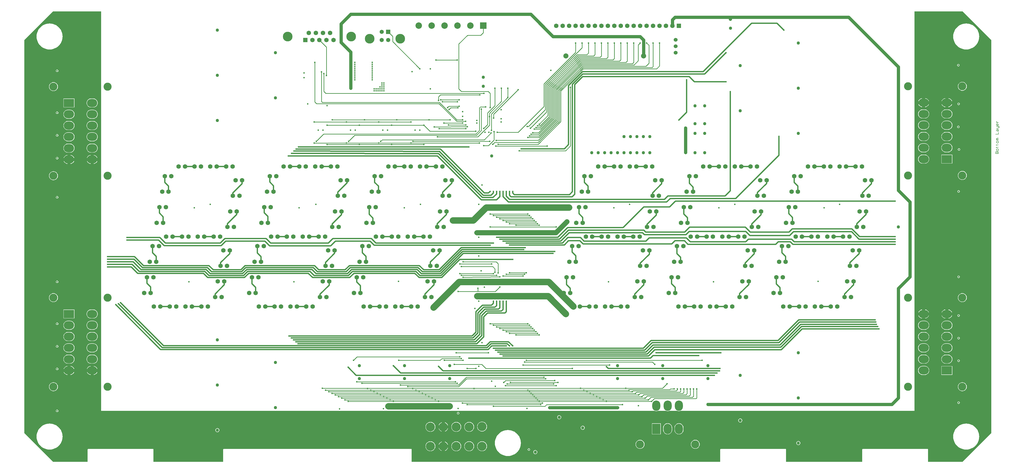
<source format=gbl>
%FSLAX23Y23*%
%MOIN*%
G70*
G01*
G75*
G04 Layer_Physical_Order=4*
G04 Layer_Color=16711680*
%ADD10R,0.012X0.063*%
%ADD11R,0.050X0.055*%
%ADD12R,0.063X0.012*%
%ADD13R,0.055X0.050*%
%ADD14R,0.012X0.024*%
%ADD15R,0.024X0.012*%
%ADD16R,0.132X0.132*%
%ADD17R,0.024X0.081*%
%ADD18R,0.024X0.087*%
%ADD19R,0.075X0.051*%
%ADD20R,0.089X0.024*%
%ADD21R,0.055X0.065*%
%ADD22R,0.065X0.055*%
%ADD23R,0.035X0.037*%
%ADD24R,0.035X0.037*%
%ADD25R,0.100X0.100*%
%ADD26R,0.050X0.110*%
%ADD27R,0.110X0.115*%
%ADD28R,0.080X0.160*%
%ADD29R,0.450X0.450*%
%ADD30R,0.036X0.085*%
%ADD31R,0.425X0.410*%
%ADD32R,0.016X0.085*%
%ADD33R,0.016X0.085*%
%ADD34R,0.200X0.100*%
%ADD35R,0.063X0.031*%
%ADD36R,0.039X0.063*%
%ADD37R,0.160X0.080*%
%ADD38R,0.450X0.450*%
%ADD39R,0.217X0.280*%
%ADD40R,0.081X0.024*%
%ADD41R,0.012X0.063*%
%ADD42C,0.050*%
%ADD43R,0.102X0.094*%
%ADD44R,0.079X0.126*%
%ADD45R,0.079X0.126*%
%ADD46C,0.010*%
%ADD47C,0.020*%
%ADD48C,0.050*%
%ADD49C,0.030*%
%ADD50C,0.100*%
%ADD51C,0.150*%
%ADD52C,0.035*%
%ADD53C,0.040*%
%ADD54C,0.005*%
%ADD55C,0.100*%
%ADD56R,0.100X0.100*%
%ADD57C,0.125*%
%ADD58O,0.125X0.160*%
%ADD59R,0.125X0.160*%
%ADD60C,0.065*%
%ADD61R,0.065X0.065*%
%ADD62C,0.079*%
%ADD63R,0.160X0.125*%
%ADD64O,0.160X0.125*%
%ADD65C,0.070*%
%ADD66R,0.070X0.070*%
%ADD67C,0.060*%
%ADD68C,0.150*%
%ADD69R,0.070X0.070*%
%ADD70C,0.150*%
%ADD71C,0.140*%
%ADD72C,0.024*%
%ADD73C,0.008*%
%ADD74C,0.102*%
%ADD75C,0.165*%
%ADD76C,0.120*%
%ADD77C,0.080*%
%ADD78C,0.087*%
%ADD79C,0.196*%
%ADD80C,0.590*%
%ADD81C,0.072*%
%ADD82C,0.131*%
%ADD83C,0.085*%
%ADD84C,0.130*%
%ADD85C,0.052*%
%ADD86C,0.068*%
%ADD87C,0.160*%
%ADD88C,0.080*%
G36*
X14990Y6546D02*
Y454D01*
X14546Y10D01*
X14010D01*
Y200D01*
X14009Y204D01*
X14007Y207D01*
X14004Y209D01*
X14000Y210D01*
X13000D01*
X12996Y209D01*
X12993Y207D01*
X12991Y204D01*
X12990Y200D01*
Y10D01*
X11810D01*
Y200D01*
X11809Y204D01*
X11807Y207D01*
X11804Y209D01*
X11800Y210D01*
X10800D01*
X10796Y209D01*
X10793Y207D01*
X10791Y204D01*
X10790Y200D01*
Y10D01*
X6010D01*
Y200D01*
X6009Y204D01*
X6007Y207D01*
X6004Y209D01*
X6000Y210D01*
X3100D01*
X3096Y209D01*
X3093Y207D01*
X3091Y204D01*
X3090Y200D01*
Y10D01*
X2010D01*
Y200D01*
X2009Y204D01*
X2007Y207D01*
X2004Y209D01*
X2000Y210D01*
X1000D01*
X996Y209D01*
X993Y207D01*
X991Y204D01*
X990Y200D01*
Y10D01*
X454D01*
X10Y454D01*
Y6546D01*
X454Y6990D01*
X1200D01*
Y800D01*
X9770D01*
X9774Y798D01*
X9787Y794D01*
X9800Y793D01*
X9813Y794D01*
X9826Y798D01*
X9830Y800D01*
X9945D01*
X9949Y798D01*
X9962Y794D01*
X9975Y793D01*
X9988Y794D01*
X10001Y798D01*
X10005Y800D01*
X10120D01*
X10124Y798D01*
X10137Y794D01*
X10150Y793D01*
X10163Y794D01*
X10176Y798D01*
X10180Y800D01*
X13800D01*
Y6990D01*
X14546D01*
X14990Y6546D01*
D02*
G37*
%LPC*%
G36*
X675Y1493D02*
X669Y1493D01*
X656Y1489D01*
X644Y1482D01*
X634Y1474D01*
X625Y1463D01*
X619Y1451D01*
X619Y1450D01*
X675D01*
Y1493D01*
D02*
G37*
G36*
X725D02*
Y1450D01*
X781D01*
X781Y1451D01*
X775Y1463D01*
X766Y1474D01*
X756Y1482D01*
X744Y1489D01*
X731Y1493D01*
X725Y1493D01*
D02*
G37*
G36*
X1140Y1400D02*
X1084D01*
Y1357D01*
X1090Y1357D01*
X1103Y1361D01*
X1115Y1368D01*
X1125Y1376D01*
X1134Y1387D01*
X1140Y1399D01*
X1140Y1400D01*
D02*
G37*
G36*
X517Y1468D02*
X510Y1467D01*
X504Y1463D01*
X500Y1457D01*
X499Y1450D01*
X500Y1443D01*
X504Y1437D01*
X510Y1433D01*
X517Y1432D01*
X524Y1433D01*
X530Y1437D01*
X534Y1443D01*
X535Y1450D01*
X534Y1457D01*
X530Y1463D01*
X524Y1467D01*
X517Y1468D01*
D02*
G37*
G36*
X717Y1669D02*
X683D01*
X669Y1668D01*
X656Y1664D01*
X644Y1657D01*
X634Y1649D01*
X625Y1638D01*
X619Y1626D01*
X615Y1613D01*
X614Y1600D01*
X615Y1587D01*
X619Y1574D01*
X625Y1562D01*
X634Y1551D01*
X644Y1543D01*
X656Y1536D01*
X669Y1532D01*
X683Y1531D01*
X717D01*
X731Y1532D01*
X744Y1536D01*
X756Y1543D01*
X766Y1551D01*
X775Y1562D01*
X781Y1574D01*
X785Y1587D01*
X786Y1600D01*
X785Y1613D01*
X781Y1626D01*
X775Y1638D01*
X766Y1649D01*
X756Y1657D01*
X744Y1664D01*
X731Y1668D01*
X717Y1669D01*
D02*
G37*
G36*
X1077D02*
X1041D01*
X1028Y1668D01*
X1015Y1664D01*
X1003Y1657D01*
X993Y1649D01*
X984Y1638D01*
X978Y1626D01*
X974Y1613D01*
X973Y1600D01*
X974Y1587D01*
X978Y1574D01*
X984Y1562D01*
X993Y1551D01*
X1003Y1543D01*
X1015Y1536D01*
X1028Y1532D01*
X1041Y1531D01*
X1077D01*
X1090Y1532D01*
X1103Y1536D01*
X1115Y1543D01*
X1125Y1551D01*
X1134Y1562D01*
X1140Y1574D01*
X1144Y1587D01*
X1145Y1600D01*
X1144Y1613D01*
X1140Y1626D01*
X1134Y1638D01*
X1125Y1649D01*
X1115Y1657D01*
X1103Y1664D01*
X1090Y1668D01*
X1077Y1669D01*
D02*
G37*
G36*
X1034Y1493D02*
X1028Y1493D01*
X1015Y1489D01*
X1003Y1482D01*
X993Y1474D01*
X984Y1463D01*
X978Y1451D01*
X978Y1450D01*
X1034D01*
Y1493D01*
D02*
G37*
G36*
X1084D02*
Y1450D01*
X1140D01*
X1140Y1451D01*
X1134Y1463D01*
X1125Y1474D01*
X1115Y1482D01*
X1103Y1489D01*
X1090Y1493D01*
X1084Y1493D01*
D02*
G37*
G36*
X14540Y1241D02*
X14527Y1240D01*
X14514Y1236D01*
X14502Y1229D01*
X14491Y1221D01*
X14483Y1210D01*
X14476Y1198D01*
X14472Y1185D01*
X14471Y1172D01*
X14472Y1159D01*
X14476Y1146D01*
X14483Y1134D01*
X14491Y1123D01*
X14502Y1115D01*
X14514Y1108D01*
X14527Y1104D01*
X14540Y1103D01*
X14553Y1104D01*
X14566Y1108D01*
X14578Y1115D01*
X14589Y1123D01*
X14597Y1134D01*
X14604Y1146D01*
X14608Y1159D01*
X14609Y1172D01*
X14608Y1185D01*
X14604Y1198D01*
X14597Y1210D01*
X14589Y1221D01*
X14578Y1229D01*
X14566Y1236D01*
X14553Y1240D01*
X14540Y1241D01*
D02*
G37*
G36*
X13958Y1494D02*
X13924D01*
X13910Y1493D01*
X13897Y1489D01*
X13885Y1482D01*
X13875Y1474D01*
X13866Y1463D01*
X13860Y1451D01*
X13856Y1438D01*
X13855Y1425D01*
X13856Y1412D01*
X13860Y1399D01*
X13866Y1387D01*
X13875Y1376D01*
X13885Y1368D01*
X13897Y1361D01*
X13910Y1357D01*
X13924Y1356D01*
X13958D01*
X13972Y1357D01*
X13985Y1361D01*
X13997Y1368D01*
X14007Y1376D01*
X14016Y1387D01*
X14022Y1399D01*
X14026Y1412D01*
X14027Y1425D01*
X14026Y1438D01*
X14022Y1451D01*
X14016Y1463D01*
X14007Y1474D01*
X13997Y1482D01*
X13985Y1489D01*
X13972Y1493D01*
X13958Y1494D01*
D02*
G37*
G36*
X14483Y943D02*
X14476Y942D01*
X14470Y938D01*
X14466Y932D01*
X14465Y925D01*
X14466Y918D01*
X14470Y912D01*
X14476Y908D01*
X14483Y907D01*
X14490Y908D01*
X14496Y912D01*
X14500Y918D01*
X14501Y925D01*
X14500Y932D01*
X14496Y938D01*
X14490Y942D01*
X14483Y943D01*
D02*
G37*
G36*
X460Y1241D02*
X447Y1240D01*
X434Y1236D01*
X422Y1229D01*
X411Y1221D01*
X403Y1210D01*
X396Y1198D01*
X392Y1185D01*
X391Y1172D01*
X392Y1159D01*
X396Y1146D01*
X403Y1134D01*
X411Y1123D01*
X422Y1115D01*
X434Y1108D01*
X447Y1104D01*
X460Y1103D01*
X473Y1104D01*
X486Y1108D01*
X498Y1115D01*
X509Y1123D01*
X517Y1134D01*
X524Y1146D01*
X528Y1159D01*
X529Y1172D01*
X528Y1185D01*
X524Y1198D01*
X517Y1210D01*
X509Y1221D01*
X498Y1229D01*
X486Y1236D01*
X473Y1240D01*
X460Y1241D01*
D02*
G37*
G36*
X781Y1400D02*
X725D01*
Y1357D01*
X731Y1357D01*
X744Y1361D01*
X756Y1368D01*
X766Y1376D01*
X775Y1387D01*
X781Y1399D01*
X781Y1400D01*
D02*
G37*
G36*
X1034D02*
X978D01*
X978Y1399D01*
X984Y1387D01*
X993Y1376D01*
X1003Y1368D01*
X1015Y1361D01*
X1028Y1357D01*
X1034Y1357D01*
Y1400D01*
D02*
G37*
G36*
X14386Y1493D02*
X14214D01*
Y1357D01*
X14386D01*
Y1493D01*
D02*
G37*
G36*
X675Y1400D02*
X619D01*
X619Y1399D01*
X625Y1387D01*
X634Y1376D01*
X644Y1368D01*
X656Y1361D01*
X669Y1357D01*
X675Y1357D01*
Y1400D01*
D02*
G37*
G36*
X13958Y1669D02*
X13924D01*
X13910Y1668D01*
X13897Y1664D01*
X13885Y1657D01*
X13875Y1649D01*
X13866Y1638D01*
X13860Y1626D01*
X13856Y1613D01*
X13855Y1600D01*
X13856Y1587D01*
X13860Y1574D01*
X13866Y1562D01*
X13875Y1551D01*
X13885Y1543D01*
X13897Y1536D01*
X13910Y1532D01*
X13924Y1531D01*
X13958D01*
X13972Y1532D01*
X13985Y1536D01*
X13997Y1543D01*
X14007Y1551D01*
X14016Y1562D01*
X14022Y1574D01*
X14026Y1587D01*
X14027Y1600D01*
X14026Y1613D01*
X14022Y1626D01*
X14016Y1638D01*
X14007Y1649D01*
X13997Y1657D01*
X13985Y1664D01*
X13972Y1668D01*
X13958Y1669D01*
D02*
G37*
G36*
X14318Y2019D02*
X14283D01*
X14269Y2018D01*
X14256Y2014D01*
X14244Y2007D01*
X14234Y1999D01*
X14225Y1988D01*
X14219Y1976D01*
X14215Y1963D01*
X14214Y1950D01*
X14215Y1937D01*
X14219Y1924D01*
X14225Y1912D01*
X14234Y1901D01*
X14244Y1893D01*
X14256Y1886D01*
X14269Y1882D01*
X14283Y1881D01*
X14318D01*
X14331Y1882D01*
X14344Y1886D01*
X14356Y1893D01*
X14366Y1901D01*
X14375Y1912D01*
X14381Y1924D01*
X14385Y1937D01*
X14386Y1950D01*
X14385Y1963D01*
X14381Y1976D01*
X14375Y1988D01*
X14366Y1999D01*
X14356Y2007D01*
X14344Y2014D01*
X14331Y2018D01*
X14318Y2019D01*
D02*
G37*
G36*
X14483Y1943D02*
X14476Y1942D01*
X14470Y1938D01*
X14466Y1932D01*
X14465Y1925D01*
X14466Y1918D01*
X14470Y1912D01*
X14476Y1908D01*
X14483Y1907D01*
X14490Y1908D01*
X14496Y1912D01*
X14500Y1918D01*
X14501Y1925D01*
X14500Y1932D01*
X14496Y1938D01*
X14490Y1942D01*
X14483Y1943D01*
D02*
G37*
G36*
X1077Y2019D02*
X1041D01*
X1028Y2018D01*
X1015Y2014D01*
X1003Y2007D01*
X993Y1999D01*
X984Y1988D01*
X978Y1976D01*
X974Y1963D01*
X973Y1950D01*
X974Y1937D01*
X978Y1924D01*
X984Y1912D01*
X993Y1901D01*
X1003Y1893D01*
X1015Y1886D01*
X1028Y1882D01*
X1041Y1881D01*
X1077D01*
X1090Y1882D01*
X1103Y1886D01*
X1115Y1893D01*
X1125Y1901D01*
X1134Y1912D01*
X1140Y1924D01*
X1144Y1937D01*
X1145Y1950D01*
X1144Y1963D01*
X1140Y1976D01*
X1134Y1988D01*
X1125Y1999D01*
X1115Y2007D01*
X1103Y2014D01*
X1090Y2018D01*
X1077Y2019D01*
D02*
G37*
G36*
X13958D02*
X13924D01*
X13910Y2018D01*
X13897Y2014D01*
X13885Y2007D01*
X13875Y1999D01*
X13866Y1988D01*
X13860Y1976D01*
X13856Y1963D01*
X13855Y1950D01*
X13856Y1937D01*
X13860Y1924D01*
X13866Y1912D01*
X13875Y1901D01*
X13885Y1893D01*
X13897Y1886D01*
X13910Y1882D01*
X13924Y1881D01*
X13958D01*
X13972Y1882D01*
X13985Y1886D01*
X13997Y1893D01*
X14007Y1901D01*
X14016Y1912D01*
X14022Y1924D01*
X14026Y1937D01*
X14027Y1950D01*
X14026Y1963D01*
X14022Y1976D01*
X14016Y1988D01*
X14007Y1999D01*
X13997Y2007D01*
X13985Y2014D01*
X13972Y2018D01*
X13958Y2019D01*
D02*
G37*
G36*
Y2194D02*
X13924D01*
X13910Y2193D01*
X13897Y2189D01*
X13885Y2182D01*
X13875Y2174D01*
X13866Y2163D01*
X13860Y2151D01*
X13856Y2138D01*
X13855Y2125D01*
X13856Y2112D01*
X13860Y2099D01*
X13866Y2087D01*
X13875Y2076D01*
X13885Y2068D01*
X13897Y2061D01*
X13910Y2057D01*
X13924Y2056D01*
X13958D01*
X13972Y2057D01*
X13985Y2061D01*
X13997Y2068D01*
X14007Y2076D01*
X14016Y2087D01*
X14022Y2099D01*
X14026Y2112D01*
X14027Y2125D01*
X14026Y2138D01*
X14022Y2151D01*
X14016Y2163D01*
X14007Y2174D01*
X13997Y2182D01*
X13985Y2189D01*
X13972Y2193D01*
X13958Y2194D01*
D02*
G37*
G36*
X14318D02*
X14283D01*
X14269Y2193D01*
X14256Y2189D01*
X14244Y2182D01*
X14234Y2174D01*
X14225Y2163D01*
X14219Y2151D01*
X14215Y2138D01*
X14214Y2125D01*
X14215Y2112D01*
X14219Y2099D01*
X14225Y2087D01*
X14234Y2076D01*
X14244Y2068D01*
X14256Y2061D01*
X14269Y2057D01*
X14283Y2056D01*
X14318D01*
X14331Y2057D01*
X14344Y2061D01*
X14356Y2068D01*
X14366Y2076D01*
X14375Y2087D01*
X14381Y2099D01*
X14385Y2112D01*
X14386Y2125D01*
X14385Y2138D01*
X14381Y2151D01*
X14375Y2163D01*
X14366Y2174D01*
X14356Y2182D01*
X14344Y2189D01*
X14331Y2193D01*
X14318Y2194D01*
D02*
G37*
G36*
X717D02*
X683D01*
X669Y2193D01*
X656Y2189D01*
X644Y2182D01*
X634Y2174D01*
X625Y2163D01*
X619Y2151D01*
X615Y2138D01*
X614Y2125D01*
X615Y2112D01*
X619Y2099D01*
X625Y2087D01*
X634Y2076D01*
X644Y2068D01*
X656Y2061D01*
X669Y2057D01*
X683Y2056D01*
X717D01*
X731Y2057D01*
X744Y2061D01*
X756Y2068D01*
X766Y2076D01*
X775Y2087D01*
X781Y2099D01*
X785Y2112D01*
X786Y2125D01*
X785Y2138D01*
X781Y2151D01*
X775Y2163D01*
X766Y2174D01*
X756Y2182D01*
X744Y2189D01*
X731Y2193D01*
X717Y2194D01*
D02*
G37*
G36*
X1077D02*
X1041D01*
X1028Y2193D01*
X1015Y2189D01*
X1003Y2182D01*
X993Y2174D01*
X984Y2163D01*
X978Y2151D01*
X974Y2138D01*
X973Y2125D01*
X974Y2112D01*
X978Y2099D01*
X984Y2087D01*
X993Y2076D01*
X1003Y2068D01*
X1015Y2061D01*
X1028Y2057D01*
X1041Y2056D01*
X1077D01*
X1090Y2057D01*
X1103Y2061D01*
X1115Y2068D01*
X1125Y2076D01*
X1134Y2087D01*
X1140Y2099D01*
X1144Y2112D01*
X1145Y2125D01*
X1144Y2138D01*
X1140Y2151D01*
X1134Y2163D01*
X1125Y2174D01*
X1115Y2182D01*
X1103Y2189D01*
X1090Y2193D01*
X1077Y2194D01*
D02*
G37*
G36*
X717Y1844D02*
X683D01*
X669Y1843D01*
X656Y1839D01*
X644Y1832D01*
X634Y1824D01*
X625Y1813D01*
X619Y1801D01*
X615Y1788D01*
X614Y1775D01*
X615Y1762D01*
X619Y1749D01*
X625Y1737D01*
X634Y1726D01*
X644Y1718D01*
X656Y1711D01*
X669Y1707D01*
X683Y1706D01*
X717D01*
X731Y1707D01*
X744Y1711D01*
X756Y1718D01*
X766Y1726D01*
X775Y1737D01*
X781Y1749D01*
X785Y1762D01*
X786Y1775D01*
X785Y1788D01*
X781Y1801D01*
X775Y1813D01*
X766Y1824D01*
X756Y1832D01*
X744Y1839D01*
X731Y1843D01*
X717Y1844D01*
D02*
G37*
G36*
X1077D02*
X1041D01*
X1028Y1843D01*
X1015Y1839D01*
X1003Y1832D01*
X993Y1824D01*
X984Y1813D01*
X978Y1801D01*
X974Y1788D01*
X973Y1775D01*
X974Y1762D01*
X978Y1749D01*
X984Y1737D01*
X993Y1726D01*
X1003Y1718D01*
X1015Y1711D01*
X1028Y1707D01*
X1041Y1706D01*
X1077D01*
X1090Y1707D01*
X1103Y1711D01*
X1115Y1718D01*
X1125Y1726D01*
X1134Y1737D01*
X1140Y1749D01*
X1144Y1762D01*
X1145Y1775D01*
X1144Y1788D01*
X1140Y1801D01*
X1134Y1813D01*
X1125Y1824D01*
X1115Y1832D01*
X1103Y1839D01*
X1090Y1843D01*
X1077Y1844D01*
D02*
G37*
G36*
X14318Y1669D02*
X14283D01*
X14269Y1668D01*
X14256Y1664D01*
X14244Y1657D01*
X14234Y1649D01*
X14225Y1638D01*
X14219Y1626D01*
X14215Y1613D01*
X14214Y1600D01*
X14215Y1587D01*
X14219Y1574D01*
X14225Y1562D01*
X14234Y1551D01*
X14244Y1543D01*
X14256Y1536D01*
X14269Y1532D01*
X14283Y1531D01*
X14318D01*
X14331Y1532D01*
X14344Y1536D01*
X14356Y1543D01*
X14366Y1551D01*
X14375Y1562D01*
X14381Y1574D01*
X14385Y1587D01*
X14386Y1600D01*
X14385Y1613D01*
X14381Y1626D01*
X14375Y1638D01*
X14366Y1649D01*
X14356Y1657D01*
X14344Y1664D01*
X14331Y1668D01*
X14318Y1669D01*
D02*
G37*
G36*
X14483Y1593D02*
X14476Y1592D01*
X14470Y1588D01*
X14466Y1582D01*
X14465Y1575D01*
X14466Y1568D01*
X14470Y1562D01*
X14476Y1558D01*
X14483Y1557D01*
X14490Y1558D01*
X14496Y1562D01*
X14500Y1568D01*
X14501Y1575D01*
X14500Y1582D01*
X14496Y1588D01*
X14490Y1592D01*
X14483Y1593D01*
D02*
G37*
G36*
X517Y1818D02*
X510Y1817D01*
X504Y1813D01*
X500Y1807D01*
X499Y1800D01*
X500Y1793D01*
X504Y1787D01*
X510Y1783D01*
X517Y1782D01*
X524Y1783D01*
X530Y1787D01*
X534Y1793D01*
X535Y1800D01*
X534Y1807D01*
X530Y1813D01*
X524Y1817D01*
X517Y1818D01*
D02*
G37*
G36*
X717Y2019D02*
X683D01*
X669Y2018D01*
X656Y2014D01*
X644Y2007D01*
X634Y1999D01*
X625Y1988D01*
X619Y1976D01*
X615Y1963D01*
X614Y1950D01*
X615Y1937D01*
X619Y1924D01*
X625Y1912D01*
X634Y1901D01*
X644Y1893D01*
X656Y1886D01*
X669Y1882D01*
X683Y1881D01*
X717D01*
X731Y1882D01*
X744Y1886D01*
X756Y1893D01*
X766Y1901D01*
X775Y1912D01*
X781Y1924D01*
X785Y1937D01*
X786Y1950D01*
X785Y1963D01*
X781Y1976D01*
X775Y1988D01*
X766Y1999D01*
X756Y2007D01*
X744Y2014D01*
X731Y2018D01*
X717Y2019D01*
D02*
G37*
G36*
X13958Y1844D02*
X13924D01*
X13910Y1843D01*
X13897Y1839D01*
X13885Y1832D01*
X13875Y1824D01*
X13866Y1813D01*
X13860Y1801D01*
X13856Y1788D01*
X13855Y1775D01*
X13856Y1762D01*
X13860Y1749D01*
X13866Y1737D01*
X13875Y1726D01*
X13885Y1718D01*
X13897Y1711D01*
X13910Y1707D01*
X13924Y1706D01*
X13958D01*
X13972Y1707D01*
X13985Y1711D01*
X13997Y1718D01*
X14007Y1726D01*
X14016Y1737D01*
X14022Y1749D01*
X14026Y1762D01*
X14027Y1775D01*
X14026Y1788D01*
X14022Y1801D01*
X14016Y1813D01*
X14007Y1824D01*
X13997Y1832D01*
X13985Y1839D01*
X13972Y1843D01*
X13958Y1844D01*
D02*
G37*
G36*
X14318D02*
X14283D01*
X14269Y1843D01*
X14256Y1839D01*
X14244Y1832D01*
X14234Y1824D01*
X14225Y1813D01*
X14219Y1801D01*
X14215Y1788D01*
X14214Y1775D01*
X14215Y1762D01*
X14219Y1749D01*
X14225Y1737D01*
X14234Y1726D01*
X14244Y1718D01*
X14256Y1711D01*
X14269Y1707D01*
X14283Y1706D01*
X14318D01*
X14331Y1707D01*
X14344Y1711D01*
X14356Y1718D01*
X14366Y1726D01*
X14375Y1737D01*
X14381Y1749D01*
X14385Y1762D01*
X14386Y1775D01*
X14385Y1788D01*
X14381Y1801D01*
X14375Y1813D01*
X14366Y1824D01*
X14356Y1832D01*
X14344Y1839D01*
X14331Y1843D01*
X14318Y1844D01*
D02*
G37*
G36*
X9547Y349D02*
X9534Y348D01*
X9521Y344D01*
X9509Y337D01*
X9498Y329D01*
X9490Y318D01*
X9483Y306D01*
X9479Y293D01*
X9478Y280D01*
X9479Y267D01*
X9483Y254D01*
X9490Y242D01*
X9498Y231D01*
X9509Y223D01*
X9521Y216D01*
X9534Y212D01*
X9547Y211D01*
X9560Y212D01*
X9573Y216D01*
X9585Y223D01*
X9596Y231D01*
X9604Y242D01*
X9611Y254D01*
X9615Y267D01*
X9616Y280D01*
X9615Y293D01*
X9611Y306D01*
X9604Y318D01*
X9596Y329D01*
X9585Y337D01*
X9573Y344D01*
X9560Y348D01*
X9547Y349D01*
D02*
G37*
G36*
X10403D02*
X10390Y348D01*
X10377Y344D01*
X10365Y337D01*
X10354Y329D01*
X10346Y318D01*
X10339Y306D01*
X10335Y293D01*
X10334Y280D01*
X10335Y267D01*
X10339Y254D01*
X10346Y242D01*
X10354Y231D01*
X10365Y223D01*
X10377Y216D01*
X10390Y212D01*
X10403Y211D01*
X10416Y212D01*
X10429Y216D01*
X10441Y223D01*
X10452Y231D01*
X10460Y242D01*
X10467Y254D01*
X10471Y267D01*
X10472Y280D01*
X10471Y293D01*
X10467Y306D01*
X10460Y318D01*
X10452Y329D01*
X10441Y337D01*
X10429Y344D01*
X10416Y348D01*
X10403Y349D01*
D02*
G37*
G36*
X400Y601D02*
X374Y600D01*
X348Y595D01*
X323Y586D01*
X299Y574D01*
X277Y560D01*
X258Y542D01*
X240Y523D01*
X226Y501D01*
X214Y477D01*
X205Y452D01*
X200Y426D01*
X199Y400D01*
X200Y374D01*
X205Y348D01*
X214Y323D01*
X226Y299D01*
X240Y277D01*
X258Y258D01*
X277Y240D01*
X299Y226D01*
X323Y214D01*
X348Y205D01*
X374Y200D01*
X400Y199D01*
X426Y200D01*
X452Y205D01*
X477Y214D01*
X501Y226D01*
X523Y240D01*
X542Y258D01*
X560Y277D01*
X574Y299D01*
X586Y323D01*
X595Y348D01*
X600Y374D01*
X601Y400D01*
X600Y426D01*
X595Y452D01*
X586Y477D01*
X574Y501D01*
X560Y523D01*
X542Y542D01*
X523Y560D01*
X501Y574D01*
X477Y586D01*
X452Y595D01*
X426Y600D01*
X400Y601D01*
D02*
G37*
G36*
X14600D02*
X14574Y600D01*
X14548Y595D01*
X14523Y586D01*
X14499Y574D01*
X14477Y560D01*
X14458Y542D01*
X14440Y523D01*
X14426Y501D01*
X14414Y477D01*
X14405Y452D01*
X14400Y426D01*
X14399Y400D01*
X14400Y374D01*
X14405Y348D01*
X14414Y323D01*
X14426Y299D01*
X14440Y277D01*
X14458Y258D01*
X14477Y240D01*
X14499Y226D01*
X14523Y214D01*
X14548Y205D01*
X14574Y200D01*
X14600Y199D01*
X14626Y200D01*
X14652Y205D01*
X14677Y214D01*
X14701Y226D01*
X14723Y240D01*
X14742Y258D01*
X14760Y277D01*
X14774Y299D01*
X14786Y323D01*
X14795Y348D01*
X14800Y374D01*
X14801Y400D01*
X14800Y426D01*
X14795Y452D01*
X14786Y477D01*
X14774Y501D01*
X14760Y523D01*
X14742Y542D01*
X14723Y560D01*
X14701Y574D01*
X14677Y586D01*
X14652Y595D01*
X14626Y600D01*
X14600Y601D01*
D02*
G37*
G36*
X6525Y322D02*
Y275D01*
X6572D01*
X6571Y279D01*
X6563Y292D01*
X6554Y304D01*
X6542Y313D01*
X6529Y321D01*
X6525Y322D01*
D02*
G37*
G36*
X9975Y606D02*
X9962Y605D01*
X9949Y601D01*
X9937Y595D01*
X9926Y586D01*
X9918Y576D01*
X9911Y564D01*
X9907Y551D01*
X9906Y538D01*
Y502D01*
X9907Y489D01*
X9911Y476D01*
X9918Y464D01*
X9926Y454D01*
X9937Y445D01*
X9949Y439D01*
X9962Y435D01*
X9975Y434D01*
X9988Y435D01*
X10001Y439D01*
X10013Y445D01*
X10024Y454D01*
X10032Y464D01*
X10039Y476D01*
X10043Y489D01*
X10044Y502D01*
Y538D01*
X10043Y551D01*
X10039Y564D01*
X10032Y576D01*
X10024Y586D01*
X10013Y595D01*
X10001Y601D01*
X9988Y605D01*
X9975Y606D01*
D02*
G37*
G36*
X12000Y331D02*
X11992Y330D01*
X11984Y327D01*
X11978Y322D01*
X11973Y316D01*
X11970Y308D01*
X11969Y300D01*
X11970Y292D01*
X11973Y284D01*
X11978Y278D01*
X11984Y273D01*
X11992Y270D01*
X12000Y269D01*
X12008Y270D01*
X12016Y273D01*
X12022Y278D01*
X12027Y284D01*
X12030Y292D01*
X12031Y300D01*
X12030Y308D01*
X12027Y316D01*
X12022Y322D01*
X12016Y327D01*
X12008Y330D01*
X12000Y331D01*
D02*
G37*
G36*
X6475Y322D02*
X6471Y321D01*
X6458Y313D01*
X6446Y304D01*
X6437Y292D01*
X6429Y279D01*
X6428Y275D01*
X6475D01*
Y322D01*
D02*
G37*
G36*
X6700Y326D02*
X6685Y325D01*
X6671Y321D01*
X6658Y313D01*
X6646Y304D01*
X6637Y292D01*
X6629Y279D01*
X6625Y265D01*
X6624Y250D01*
X6625Y235D01*
X6629Y221D01*
X6637Y208D01*
X6646Y196D01*
X6658Y187D01*
X6671Y179D01*
X6685Y175D01*
X6700Y174D01*
X6715Y175D01*
X6729Y179D01*
X6742Y187D01*
X6754Y196D01*
X6763Y208D01*
X6771Y221D01*
X6775Y235D01*
X6776Y250D01*
X6775Y265D01*
X6771Y279D01*
X6763Y292D01*
X6754Y304D01*
X6742Y313D01*
X6729Y321D01*
X6715Y325D01*
X6700Y326D01*
D02*
G37*
G36*
X6900D02*
X6885Y325D01*
X6871Y321D01*
X6858Y313D01*
X6846Y304D01*
X6837Y292D01*
X6829Y279D01*
X6825Y265D01*
X6824Y250D01*
X6825Y235D01*
X6829Y221D01*
X6837Y208D01*
X6846Y196D01*
X6858Y187D01*
X6871Y179D01*
X6885Y175D01*
X6900Y174D01*
X6915Y175D01*
X6929Y179D01*
X6942Y187D01*
X6954Y196D01*
X6963Y208D01*
X6971Y221D01*
X6975Y235D01*
X6976Y250D01*
X6975Y265D01*
X6971Y279D01*
X6963Y292D01*
X6954Y304D01*
X6942Y313D01*
X6929Y321D01*
X6915Y325D01*
X6900Y326D01*
D02*
G37*
G36*
X7925Y191D02*
X7917Y190D01*
X7909Y187D01*
X7903Y182D01*
X7898Y176D01*
X7895Y168D01*
X7894Y160D01*
X7895Y152D01*
X7898Y144D01*
X7903Y138D01*
X7909Y133D01*
X7917Y130D01*
X7925Y129D01*
X7933Y130D01*
X7941Y133D01*
X7947Y138D01*
X7952Y144D01*
X7955Y152D01*
X7956Y160D01*
X7955Y168D01*
X7952Y176D01*
X7947Y182D01*
X7941Y187D01*
X7933Y190D01*
X7925Y191D01*
D02*
G37*
G36*
X6300Y326D02*
X6285Y325D01*
X6271Y321D01*
X6258Y313D01*
X6246Y304D01*
X6237Y292D01*
X6229Y279D01*
X6225Y265D01*
X6224Y250D01*
X6225Y235D01*
X6229Y221D01*
X6237Y208D01*
X6246Y196D01*
X6258Y187D01*
X6271Y179D01*
X6285Y175D01*
X6300Y174D01*
X6315Y175D01*
X6329Y179D01*
X6342Y187D01*
X6354Y196D01*
X6363Y208D01*
X6371Y221D01*
X6375Y235D01*
X6376Y250D01*
X6375Y265D01*
X6371Y279D01*
X6363Y292D01*
X6354Y304D01*
X6342Y313D01*
X6329Y321D01*
X6315Y325D01*
X6300Y326D01*
D02*
G37*
G36*
X6572Y225D02*
X6525D01*
Y178D01*
X6529Y179D01*
X6542Y187D01*
X6554Y196D01*
X6563Y208D01*
X6571Y221D01*
X6572Y225D01*
D02*
G37*
G36*
X7825Y218D02*
X7818Y217D01*
X7812Y213D01*
X7808Y207D01*
X7807Y200D01*
X7808Y193D01*
X7812Y187D01*
X7818Y183D01*
X7825Y182D01*
X7832Y183D01*
X7838Y187D01*
X7842Y193D01*
X7843Y200D01*
X7842Y207D01*
X7838Y213D01*
X7832Y217D01*
X7825Y218D01*
D02*
G37*
G36*
X7100Y326D02*
X7085Y325D01*
X7071Y321D01*
X7058Y313D01*
X7046Y304D01*
X7037Y292D01*
X7029Y279D01*
X7025Y265D01*
X7024Y250D01*
X7025Y235D01*
X7029Y221D01*
X7037Y208D01*
X7046Y196D01*
X7058Y187D01*
X7071Y179D01*
X7085Y175D01*
X7100Y174D01*
X7115Y175D01*
X7129Y179D01*
X7142Y187D01*
X7154Y196D01*
X7163Y208D01*
X7171Y221D01*
X7175Y235D01*
X7176Y250D01*
X7175Y265D01*
X7171Y279D01*
X7163Y292D01*
X7154Y304D01*
X7142Y313D01*
X7129Y321D01*
X7115Y325D01*
X7100Y326D01*
D02*
G37*
G36*
X6475Y225D02*
X6428D01*
X6429Y221D01*
X6437Y208D01*
X6446Y196D01*
X6458Y187D01*
X6471Y179D01*
X6475Y178D01*
Y225D01*
D02*
G37*
G36*
X10150Y606D02*
X10137Y605D01*
X10124Y601D01*
X10112Y595D01*
X10101Y586D01*
X10093Y576D01*
X10086Y564D01*
X10082Y551D01*
X10081Y538D01*
Y502D01*
X10082Y489D01*
X10086Y476D01*
X10093Y464D01*
X10101Y454D01*
X10112Y445D01*
X10124Y439D01*
X10137Y435D01*
X10150Y434D01*
X10163Y435D01*
X10176Y439D01*
X10188Y445D01*
X10199Y454D01*
X10207Y464D01*
X10214Y476D01*
X10218Y489D01*
X10219Y502D01*
Y538D01*
X10218Y551D01*
X10214Y564D01*
X10207Y576D01*
X10199Y586D01*
X10188Y595D01*
X10176Y601D01*
X10163Y605D01*
X10150Y606D01*
D02*
G37*
G36*
X6525Y622D02*
Y575D01*
X6572D01*
X6571Y579D01*
X6563Y592D01*
X6554Y604D01*
X6542Y613D01*
X6529Y621D01*
X6525Y622D01*
D02*
G37*
G36*
X11100Y681D02*
X11092Y680D01*
X11084Y677D01*
X11078Y672D01*
X11073Y666D01*
X11070Y658D01*
X11069Y650D01*
X11070Y642D01*
X11073Y634D01*
X11078Y628D01*
X11084Y623D01*
X11092Y620D01*
X11100Y619D01*
X11108Y620D01*
X11116Y623D01*
X11122Y628D01*
X11127Y634D01*
X11130Y642D01*
X11131Y650D01*
X11130Y658D01*
X11127Y666D01*
X11122Y672D01*
X11116Y677D01*
X11108Y680D01*
X11100Y681D01*
D02*
G37*
G36*
X8660Y568D02*
X8652Y567D01*
X8644Y564D01*
X8638Y559D01*
X8633Y553D01*
X8630Y545D01*
X8629Y537D01*
X8630Y529D01*
X8633Y521D01*
X8638Y515D01*
X8644Y510D01*
X8652Y507D01*
X8660Y506D01*
X8668Y507D01*
X8676Y510D01*
X8682Y515D01*
X8687Y521D01*
X8690Y529D01*
X8691Y537D01*
X8690Y545D01*
X8687Y553D01*
X8682Y559D01*
X8676Y564D01*
X8668Y567D01*
X8660Y568D01*
D02*
G37*
G36*
X6475Y622D02*
X6471Y621D01*
X6458Y613D01*
X6446Y604D01*
X6437Y592D01*
X6429Y579D01*
X6428Y575D01*
X6475D01*
Y622D01*
D02*
G37*
G36*
X517Y818D02*
X510Y817D01*
X504Y813D01*
X500Y807D01*
X499Y800D01*
X500Y793D01*
X504Y787D01*
X510Y783D01*
X517Y782D01*
X524Y783D01*
X530Y787D01*
X534Y793D01*
X535Y800D01*
X534Y807D01*
X530Y813D01*
X524Y817D01*
X517Y818D01*
D02*
G37*
G36*
X7500Y501D02*
X7474Y500D01*
X7448Y495D01*
X7423Y486D01*
X7399Y474D01*
X7377Y460D01*
X7358Y442D01*
X7340Y423D01*
X7326Y401D01*
X7314Y377D01*
X7305Y352D01*
X7300Y326D01*
X7299Y300D01*
X7300Y274D01*
X7305Y248D01*
X7314Y223D01*
X7326Y199D01*
X7340Y177D01*
X7358Y158D01*
X7377Y140D01*
X7399Y126D01*
X7423Y114D01*
X7448Y105D01*
X7474Y100D01*
X7500Y99D01*
X7526Y100D01*
X7552Y105D01*
X7577Y114D01*
X7601Y126D01*
X7623Y140D01*
X7642Y158D01*
X7660Y177D01*
X7674Y199D01*
X7686Y223D01*
X7695Y248D01*
X7700Y274D01*
X7701Y300D01*
X7700Y326D01*
X7695Y352D01*
X7686Y377D01*
X7674Y401D01*
X7660Y423D01*
X7642Y442D01*
X7623Y460D01*
X7601Y474D01*
X7577Y486D01*
X7552Y495D01*
X7526Y500D01*
X7500Y501D01*
D02*
G37*
G36*
X8295Y731D02*
X8287Y730D01*
X8279Y727D01*
X8273Y722D01*
X8268Y716D01*
X8265Y708D01*
X8264Y700D01*
X8265Y692D01*
X8268Y684D01*
X8273Y678D01*
X8279Y673D01*
X8287Y670D01*
X8295Y669D01*
X8303Y670D01*
X8311Y673D01*
X8317Y678D01*
X8322Y684D01*
X8325Y692D01*
X8326Y700D01*
X8325Y708D01*
X8322Y716D01*
X8317Y722D01*
X8311Y727D01*
X8303Y730D01*
X8295Y731D01*
D02*
G37*
G36*
X6730Y781D02*
X6723Y780D01*
X6717Y776D01*
X6713Y770D01*
X6712Y763D01*
X6713Y756D01*
X6717Y750D01*
X6723Y746D01*
X6730Y745D01*
X6737Y746D01*
X6743Y750D01*
X6747Y756D01*
X6748Y763D01*
X6747Y770D01*
X6743Y776D01*
X6737Y780D01*
X6730Y781D01*
D02*
G37*
G36*
X6300Y626D02*
X6285Y625D01*
X6271Y621D01*
X6258Y613D01*
X6246Y604D01*
X6237Y592D01*
X6229Y579D01*
X6225Y565D01*
X6224Y550D01*
X6225Y535D01*
X6229Y521D01*
X6237Y508D01*
X6246Y496D01*
X6258Y487D01*
X6271Y479D01*
X6285Y475D01*
X6300Y474D01*
X6315Y475D01*
X6329Y479D01*
X6342Y487D01*
X6354Y496D01*
X6363Y508D01*
X6371Y521D01*
X6375Y535D01*
X6376Y550D01*
X6375Y565D01*
X6371Y579D01*
X6363Y592D01*
X6354Y604D01*
X6342Y613D01*
X6329Y621D01*
X6315Y625D01*
X6300Y626D01*
D02*
G37*
G36*
X6700D02*
X6685Y625D01*
X6671Y621D01*
X6658Y613D01*
X6646Y604D01*
X6637Y592D01*
X6629Y579D01*
X6625Y565D01*
X6624Y550D01*
X6625Y535D01*
X6629Y521D01*
X6637Y508D01*
X6646Y496D01*
X6658Y487D01*
X6671Y479D01*
X6685Y475D01*
X6700Y474D01*
X6715Y475D01*
X6729Y479D01*
X6742Y487D01*
X6754Y496D01*
X6763Y508D01*
X6771Y521D01*
X6775Y535D01*
X6776Y550D01*
X6775Y565D01*
X6771Y579D01*
X6763Y592D01*
X6754Y604D01*
X6742Y613D01*
X6729Y621D01*
X6715Y625D01*
X6700Y626D01*
D02*
G37*
G36*
X9868Y606D02*
X9731D01*
Y434D01*
X9868D01*
Y606D01*
D02*
G37*
G36*
X3000Y531D02*
X2992Y530D01*
X2984Y527D01*
X2978Y522D01*
X2973Y516D01*
X2970Y508D01*
X2969Y500D01*
X2970Y492D01*
X2973Y484D01*
X2978Y478D01*
X2984Y473D01*
X2992Y470D01*
X3000Y469D01*
X3008Y470D01*
X3016Y473D01*
X3022Y478D01*
X3027Y484D01*
X3030Y492D01*
X3031Y500D01*
X3030Y508D01*
X3027Y516D01*
X3022Y522D01*
X3016Y527D01*
X3008Y530D01*
X3000Y531D01*
D02*
G37*
G36*
X6572Y525D02*
X6525D01*
Y478D01*
X6529Y479D01*
X6542Y487D01*
X6554Y496D01*
X6563Y508D01*
X6571Y521D01*
X6572Y525D01*
D02*
G37*
G36*
X7100Y631D02*
X7085Y630D01*
X7071Y626D01*
X7058Y618D01*
X7046Y609D01*
X7037Y597D01*
X7029Y584D01*
X7025Y570D01*
X7024Y555D01*
X7025Y540D01*
X7029Y526D01*
X7037Y513D01*
X7046Y501D01*
X7058Y492D01*
X7071Y484D01*
X7085Y480D01*
X7100Y479D01*
X7115Y480D01*
X7129Y484D01*
X7142Y492D01*
X7154Y501D01*
X7163Y513D01*
X7171Y526D01*
X7175Y540D01*
X7176Y555D01*
X7175Y570D01*
X7171Y584D01*
X7163Y597D01*
X7154Y609D01*
X7142Y618D01*
X7129Y626D01*
X7115Y630D01*
X7100Y631D01*
D02*
G37*
G36*
X6900Y626D02*
X6885Y625D01*
X6871Y621D01*
X6858Y613D01*
X6846Y604D01*
X6837Y592D01*
X6829Y579D01*
X6825Y565D01*
X6824Y550D01*
X6825Y535D01*
X6829Y521D01*
X6837Y508D01*
X6846Y496D01*
X6858Y487D01*
X6871Y479D01*
X6885Y475D01*
X6900Y474D01*
X6915Y475D01*
X6929Y479D01*
X6942Y487D01*
X6954Y496D01*
X6963Y508D01*
X6971Y521D01*
X6975Y535D01*
X6976Y550D01*
X6975Y565D01*
X6971Y579D01*
X6963Y592D01*
X6954Y604D01*
X6942Y613D01*
X6929Y621D01*
X6915Y625D01*
X6900Y626D01*
D02*
G37*
G36*
X6475Y525D02*
X6428D01*
X6429Y521D01*
X6437Y508D01*
X6446Y496D01*
X6458Y487D01*
X6471Y479D01*
X6475Y478D01*
Y525D01*
D02*
G37*
G36*
X517Y2168D02*
X510Y2167D01*
X504Y2163D01*
X500Y2157D01*
X499Y2150D01*
X500Y2143D01*
X504Y2137D01*
X510Y2133D01*
X517Y2132D01*
X524Y2133D01*
X530Y2137D01*
X534Y2143D01*
X535Y2150D01*
X534Y2157D01*
X530Y2163D01*
X524Y2167D01*
X517Y2168D01*
D02*
G37*
G36*
X14478Y5218D02*
X14471Y5217D01*
X14465Y5213D01*
X14461Y5207D01*
X14460Y5200D01*
X14461Y5193D01*
X14465Y5187D01*
X14471Y5183D01*
X14478Y5182D01*
X14485Y5183D01*
X14491Y5187D01*
X14495Y5193D01*
X14496Y5200D01*
X14495Y5207D01*
X14491Y5213D01*
X14485Y5217D01*
X14478Y5218D01*
D02*
G37*
G36*
X717Y5464D02*
X683D01*
X669Y5463D01*
X656Y5459D01*
X644Y5452D01*
X634Y5444D01*
X625Y5433D01*
X619Y5421D01*
X615Y5408D01*
X614Y5395D01*
X615Y5382D01*
X619Y5369D01*
X625Y5357D01*
X634Y5346D01*
X644Y5338D01*
X656Y5331D01*
X669Y5327D01*
X683Y5326D01*
X717D01*
X731Y5327D01*
X744Y5331D01*
X756Y5338D01*
X766Y5346D01*
X775Y5357D01*
X781Y5369D01*
X785Y5382D01*
X786Y5395D01*
X785Y5408D01*
X781Y5421D01*
X775Y5433D01*
X766Y5444D01*
X756Y5452D01*
X744Y5459D01*
X731Y5463D01*
X717Y5464D01*
D02*
G37*
G36*
X13958Y5294D02*
X13924D01*
X13910Y5293D01*
X13897Y5289D01*
X13885Y5282D01*
X13875Y5274D01*
X13866Y5263D01*
X13860Y5251D01*
X13856Y5238D01*
X13855Y5225D01*
X13856Y5212D01*
X13860Y5199D01*
X13866Y5187D01*
X13875Y5176D01*
X13885Y5168D01*
X13897Y5161D01*
X13910Y5157D01*
X13924Y5156D01*
X13958D01*
X13972Y5157D01*
X13985Y5161D01*
X13997Y5168D01*
X14007Y5176D01*
X14016Y5187D01*
X14022Y5199D01*
X14026Y5212D01*
X14027Y5225D01*
X14026Y5238D01*
X14022Y5251D01*
X14016Y5263D01*
X14007Y5274D01*
X13997Y5282D01*
X13985Y5289D01*
X13972Y5293D01*
X13958Y5294D01*
D02*
G37*
G36*
X14318D02*
X14283D01*
X14269Y5293D01*
X14256Y5289D01*
X14244Y5282D01*
X14234Y5274D01*
X14225Y5263D01*
X14219Y5251D01*
X14215Y5238D01*
X14214Y5225D01*
X14215Y5212D01*
X14219Y5199D01*
X14225Y5187D01*
X14234Y5176D01*
X14244Y5168D01*
X14256Y5161D01*
X14269Y5157D01*
X14283Y5156D01*
X14318D01*
X14331Y5157D01*
X14344Y5161D01*
X14356Y5168D01*
X14366Y5176D01*
X14375Y5187D01*
X14381Y5199D01*
X14385Y5212D01*
X14386Y5225D01*
X14385Y5238D01*
X14381Y5251D01*
X14375Y5263D01*
X14366Y5274D01*
X14356Y5282D01*
X14344Y5289D01*
X14331Y5293D01*
X14318Y5294D01*
D02*
G37*
G36*
Y5469D02*
X14283D01*
X14269Y5468D01*
X14256Y5464D01*
X14244Y5457D01*
X14234Y5449D01*
X14225Y5438D01*
X14219Y5426D01*
X14215Y5413D01*
X14214Y5400D01*
X14215Y5387D01*
X14219Y5374D01*
X14225Y5362D01*
X14234Y5351D01*
X14244Y5343D01*
X14256Y5336D01*
X14269Y5332D01*
X14283Y5331D01*
X14318D01*
X14331Y5332D01*
X14344Y5336D01*
X14356Y5343D01*
X14366Y5351D01*
X14375Y5362D01*
X14381Y5374D01*
X14385Y5387D01*
X14386Y5400D01*
X14385Y5413D01*
X14381Y5426D01*
X14375Y5438D01*
X14366Y5449D01*
X14356Y5457D01*
X14344Y5464D01*
X14331Y5468D01*
X14318Y5469D01*
D02*
G37*
G36*
X517Y5438D02*
X510Y5437D01*
X504Y5433D01*
X500Y5427D01*
X499Y5420D01*
X500Y5413D01*
X504Y5407D01*
X510Y5403D01*
X517Y5402D01*
X524Y5403D01*
X530Y5407D01*
X534Y5413D01*
X535Y5420D01*
X534Y5427D01*
X530Y5433D01*
X524Y5437D01*
X517Y5438D01*
D02*
G37*
G36*
X1077Y5464D02*
X1041D01*
X1028Y5463D01*
X1015Y5459D01*
X1003Y5452D01*
X993Y5444D01*
X984Y5433D01*
X978Y5421D01*
X974Y5408D01*
X973Y5395D01*
X974Y5382D01*
X978Y5369D01*
X984Y5357D01*
X993Y5346D01*
X1003Y5338D01*
X1015Y5331D01*
X1028Y5327D01*
X1041Y5326D01*
X1077D01*
X1090Y5327D01*
X1103Y5331D01*
X1115Y5338D01*
X1125Y5346D01*
X1134Y5357D01*
X1140Y5369D01*
X1144Y5382D01*
X1145Y5395D01*
X1144Y5408D01*
X1140Y5421D01*
X1134Y5433D01*
X1125Y5444D01*
X1115Y5452D01*
X1103Y5459D01*
X1090Y5463D01*
X1077Y5464D01*
D02*
G37*
G36*
X13958Y5469D02*
X13924D01*
X13910Y5468D01*
X13897Y5464D01*
X13885Y5457D01*
X13875Y5449D01*
X13866Y5438D01*
X13860Y5426D01*
X13856Y5413D01*
X13855Y5400D01*
X13856Y5387D01*
X13860Y5374D01*
X13866Y5362D01*
X13875Y5351D01*
X13885Y5343D01*
X13897Y5336D01*
X13910Y5332D01*
X13924Y5331D01*
X13958D01*
X13972Y5332D01*
X13985Y5336D01*
X13997Y5343D01*
X14007Y5351D01*
X14016Y5362D01*
X14022Y5374D01*
X14026Y5387D01*
X14027Y5400D01*
X14026Y5413D01*
X14022Y5426D01*
X14016Y5438D01*
X14007Y5449D01*
X13997Y5457D01*
X13985Y5464D01*
X13972Y5468D01*
X13958Y5469D01*
D02*
G37*
G36*
X1077Y5114D02*
X1041D01*
X1028Y5113D01*
X1015Y5109D01*
X1003Y5102D01*
X993Y5094D01*
X984Y5083D01*
X978Y5071D01*
X974Y5058D01*
X973Y5045D01*
X974Y5032D01*
X978Y5019D01*
X984Y5007D01*
X993Y4996D01*
X1003Y4988D01*
X1015Y4981D01*
X1028Y4977D01*
X1041Y4976D01*
X1077D01*
X1090Y4977D01*
X1103Y4981D01*
X1115Y4988D01*
X1125Y4996D01*
X1134Y5007D01*
X1140Y5019D01*
X1144Y5032D01*
X1145Y5045D01*
X1144Y5058D01*
X1140Y5071D01*
X1134Y5083D01*
X1125Y5094D01*
X1115Y5102D01*
X1103Y5109D01*
X1090Y5113D01*
X1077Y5114D01*
D02*
G37*
G36*
X13958Y5119D02*
X13924D01*
X13910Y5118D01*
X13897Y5114D01*
X13885Y5107D01*
X13875Y5099D01*
X13866Y5088D01*
X13860Y5076D01*
X13856Y5063D01*
X13855Y5050D01*
X13856Y5037D01*
X13860Y5024D01*
X13866Y5012D01*
X13875Y5001D01*
X13885Y4993D01*
X13897Y4986D01*
X13910Y4982D01*
X13924Y4981D01*
X13958D01*
X13972Y4982D01*
X13985Y4986D01*
X13997Y4993D01*
X14007Y5001D01*
X14016Y5012D01*
X14022Y5024D01*
X14026Y5037D01*
X14027Y5050D01*
X14026Y5063D01*
X14022Y5076D01*
X14016Y5088D01*
X14007Y5099D01*
X13997Y5107D01*
X13985Y5114D01*
X13972Y5118D01*
X13958Y5119D01*
D02*
G37*
G36*
X14488Y4868D02*
X14481Y4867D01*
X14475Y4863D01*
X14471Y4857D01*
X14470Y4850D01*
X14471Y4843D01*
X14475Y4837D01*
X14481Y4833D01*
X14488Y4832D01*
X14495Y4833D01*
X14501Y4837D01*
X14505Y4843D01*
X14506Y4850D01*
X14505Y4857D01*
X14501Y4863D01*
X14495Y4867D01*
X14488Y4868D01*
D02*
G37*
G36*
X717Y5114D02*
X683D01*
X669Y5113D01*
X656Y5109D01*
X644Y5102D01*
X634Y5094D01*
X625Y5083D01*
X619Y5071D01*
X615Y5058D01*
X614Y5045D01*
X615Y5032D01*
X619Y5019D01*
X625Y5007D01*
X634Y4996D01*
X644Y4988D01*
X656Y4981D01*
X669Y4977D01*
X683Y4976D01*
X717D01*
X731Y4977D01*
X744Y4981D01*
X756Y4988D01*
X766Y4996D01*
X775Y5007D01*
X781Y5019D01*
X785Y5032D01*
X786Y5045D01*
X785Y5058D01*
X781Y5071D01*
X775Y5083D01*
X766Y5094D01*
X756Y5102D01*
X744Y5109D01*
X731Y5113D01*
X717Y5114D01*
D02*
G37*
G36*
Y5289D02*
X683D01*
X669Y5288D01*
X656Y5284D01*
X644Y5277D01*
X634Y5269D01*
X625Y5258D01*
X619Y5246D01*
X615Y5233D01*
X614Y5220D01*
X615Y5207D01*
X619Y5194D01*
X625Y5182D01*
X634Y5171D01*
X644Y5163D01*
X656Y5156D01*
X669Y5152D01*
X683Y5151D01*
X717D01*
X731Y5152D01*
X744Y5156D01*
X756Y5163D01*
X766Y5171D01*
X775Y5182D01*
X781Y5194D01*
X785Y5207D01*
X786Y5220D01*
X785Y5233D01*
X781Y5246D01*
X775Y5258D01*
X766Y5269D01*
X756Y5277D01*
X744Y5284D01*
X731Y5288D01*
X717Y5289D01*
D02*
G37*
G36*
X1077D02*
X1041D01*
X1028Y5288D01*
X1015Y5284D01*
X1003Y5277D01*
X993Y5269D01*
X984Y5258D01*
X978Y5246D01*
X974Y5233D01*
X973Y5220D01*
X974Y5207D01*
X978Y5194D01*
X984Y5182D01*
X993Y5171D01*
X1003Y5163D01*
X1015Y5156D01*
X1028Y5152D01*
X1041Y5151D01*
X1077D01*
X1090Y5152D01*
X1103Y5156D01*
X1115Y5163D01*
X1125Y5171D01*
X1134Y5182D01*
X1140Y5194D01*
X1144Y5207D01*
X1145Y5220D01*
X1144Y5233D01*
X1140Y5246D01*
X1134Y5258D01*
X1125Y5269D01*
X1115Y5277D01*
X1103Y5284D01*
X1090Y5288D01*
X1077Y5289D01*
D02*
G37*
G36*
X14318Y5119D02*
X14283D01*
X14269Y5118D01*
X14256Y5114D01*
X14244Y5107D01*
X14234Y5099D01*
X14225Y5088D01*
X14219Y5076D01*
X14215Y5063D01*
X14214Y5050D01*
X14215Y5037D01*
X14219Y5024D01*
X14225Y5012D01*
X14234Y5001D01*
X14244Y4993D01*
X14256Y4986D01*
X14269Y4982D01*
X14283Y4981D01*
X14318D01*
X14331Y4982D01*
X14344Y4986D01*
X14356Y4993D01*
X14366Y5001D01*
X14375Y5012D01*
X14381Y5024D01*
X14385Y5037D01*
X14386Y5050D01*
X14385Y5063D01*
X14381Y5076D01*
X14375Y5088D01*
X14366Y5099D01*
X14356Y5107D01*
X14344Y5114D01*
X14331Y5118D01*
X14318Y5119D01*
D02*
G37*
G36*
X517Y5088D02*
X510Y5087D01*
X504Y5083D01*
X500Y5077D01*
X499Y5070D01*
X500Y5063D01*
X504Y5057D01*
X510Y5053D01*
X517Y5052D01*
X524Y5053D01*
X530Y5057D01*
X534Y5063D01*
X535Y5070D01*
X534Y5077D01*
X530Y5083D01*
X524Y5087D01*
X517Y5088D01*
D02*
G37*
G36*
X1077Y5639D02*
X1041D01*
X1028Y5638D01*
X1015Y5634D01*
X1003Y5627D01*
X993Y5619D01*
X984Y5608D01*
X978Y5596D01*
X974Y5583D01*
X973Y5570D01*
X974Y5557D01*
X978Y5544D01*
X984Y5532D01*
X993Y5521D01*
X1003Y5513D01*
X1015Y5506D01*
X1028Y5502D01*
X1041Y5501D01*
X1077D01*
X1090Y5502D01*
X1103Y5506D01*
X1115Y5513D01*
X1125Y5521D01*
X1134Y5532D01*
X1140Y5544D01*
X1144Y5557D01*
X1145Y5570D01*
X1144Y5583D01*
X1140Y5596D01*
X1134Y5608D01*
X1125Y5619D01*
X1115Y5627D01*
X1103Y5634D01*
X1090Y5638D01*
X1077Y5639D01*
D02*
G37*
G36*
X460Y5892D02*
X447Y5891D01*
X434Y5887D01*
X422Y5880D01*
X411Y5872D01*
X403Y5861D01*
X396Y5849D01*
X392Y5836D01*
X391Y5823D01*
X392Y5810D01*
X396Y5797D01*
X403Y5785D01*
X411Y5774D01*
X422Y5766D01*
X434Y5759D01*
X447Y5755D01*
X460Y5754D01*
X473Y5755D01*
X486Y5759D01*
X498Y5766D01*
X509Y5774D01*
X517Y5785D01*
X524Y5797D01*
X528Y5810D01*
X529Y5823D01*
X528Y5836D01*
X524Y5849D01*
X517Y5861D01*
X509Y5872D01*
X498Y5880D01*
X486Y5887D01*
X473Y5891D01*
X460Y5892D01*
D02*
G37*
G36*
X14540Y5897D02*
X14527Y5896D01*
X14514Y5892D01*
X14502Y5885D01*
X14491Y5877D01*
X14483Y5866D01*
X14476Y5854D01*
X14472Y5841D01*
X14471Y5828D01*
X14472Y5815D01*
X14476Y5802D01*
X14483Y5790D01*
X14491Y5779D01*
X14502Y5771D01*
X14514Y5764D01*
X14527Y5760D01*
X14540Y5759D01*
X14553Y5760D01*
X14566Y5764D01*
X14578Y5771D01*
X14589Y5779D01*
X14597Y5790D01*
X14604Y5802D01*
X14608Y5815D01*
X14609Y5828D01*
X14608Y5841D01*
X14604Y5854D01*
X14597Y5866D01*
X14589Y5877D01*
X14578Y5885D01*
X14566Y5892D01*
X14553Y5896D01*
X14540Y5897D01*
D02*
G37*
G36*
X14275Y5643D02*
X14269Y5643D01*
X14256Y5639D01*
X14244Y5632D01*
X14234Y5624D01*
X14225Y5613D01*
X14219Y5601D01*
X14219Y5600D01*
X14275D01*
Y5643D01*
D02*
G37*
G36*
X14325D02*
Y5600D01*
X14381D01*
X14381Y5601D01*
X14375Y5613D01*
X14366Y5624D01*
X14356Y5632D01*
X14344Y5639D01*
X14331Y5643D01*
X14325Y5643D01*
D02*
G37*
G36*
X400Y6801D02*
X374Y6800D01*
X348Y6795D01*
X323Y6786D01*
X299Y6774D01*
X277Y6760D01*
X258Y6742D01*
X240Y6723D01*
X226Y6701D01*
X214Y6677D01*
X205Y6652D01*
X200Y6626D01*
X199Y6600D01*
X200Y6574D01*
X205Y6548D01*
X214Y6523D01*
X226Y6499D01*
X240Y6477D01*
X258Y6458D01*
X277Y6440D01*
X299Y6426D01*
X323Y6414D01*
X348Y6405D01*
X374Y6400D01*
X400Y6399D01*
X426Y6400D01*
X452Y6405D01*
X477Y6414D01*
X501Y6426D01*
X523Y6440D01*
X542Y6458D01*
X560Y6477D01*
X574Y6499D01*
X586Y6523D01*
X595Y6548D01*
X600Y6574D01*
X601Y6600D01*
X600Y6626D01*
X595Y6652D01*
X586Y6677D01*
X574Y6701D01*
X560Y6723D01*
X542Y6742D01*
X523Y6760D01*
X501Y6774D01*
X477Y6786D01*
X452Y6795D01*
X426Y6800D01*
X400Y6801D01*
D02*
G37*
G36*
X14600D02*
X14574Y6800D01*
X14548Y6795D01*
X14523Y6786D01*
X14499Y6774D01*
X14477Y6760D01*
X14458Y6742D01*
X14440Y6723D01*
X14426Y6701D01*
X14414Y6677D01*
X14405Y6652D01*
X14400Y6626D01*
X14399Y6600D01*
X14400Y6574D01*
X14405Y6548D01*
X14414Y6523D01*
X14426Y6499D01*
X14440Y6477D01*
X14458Y6458D01*
X14477Y6440D01*
X14499Y6426D01*
X14523Y6414D01*
X14548Y6405D01*
X14574Y6400D01*
X14600Y6399D01*
X14626Y6400D01*
X14652Y6405D01*
X14677Y6414D01*
X14701Y6426D01*
X14723Y6440D01*
X14742Y6458D01*
X14760Y6477D01*
X14774Y6499D01*
X14786Y6523D01*
X14795Y6548D01*
X14800Y6574D01*
X14801Y6600D01*
X14800Y6626D01*
X14795Y6652D01*
X14786Y6677D01*
X14774Y6701D01*
X14760Y6723D01*
X14742Y6742D01*
X14723Y6760D01*
X14701Y6774D01*
X14677Y6786D01*
X14652Y6795D01*
X14626Y6800D01*
X14600Y6801D01*
D02*
G37*
G36*
X517Y6088D02*
X510Y6087D01*
X504Y6083D01*
X500Y6077D01*
X499Y6070D01*
X500Y6063D01*
X504Y6057D01*
X510Y6053D01*
X517Y6052D01*
X524Y6053D01*
X530Y6057D01*
X534Y6063D01*
X535Y6070D01*
X534Y6077D01*
X530Y6083D01*
X524Y6087D01*
X517Y6088D01*
D02*
G37*
G36*
X14478Y6173D02*
X14471Y6172D01*
X14465Y6168D01*
X14461Y6162D01*
X14460Y6155D01*
X14461Y6148D01*
X14465Y6142D01*
X14471Y6138D01*
X14478Y6137D01*
X14485Y6138D01*
X14491Y6142D01*
X14495Y6148D01*
X14496Y6155D01*
X14495Y6162D01*
X14491Y6168D01*
X14485Y6172D01*
X14478Y6173D01*
D02*
G37*
G36*
X14022Y5550D02*
X13966D01*
Y5507D01*
X13972Y5507D01*
X13985Y5511D01*
X13997Y5518D01*
X14007Y5526D01*
X14016Y5537D01*
X14022Y5549D01*
X14022Y5550D01*
D02*
G37*
G36*
X14275D02*
X14219D01*
X14219Y5549D01*
X14225Y5537D01*
X14234Y5526D01*
X14244Y5518D01*
X14256Y5511D01*
X14269Y5507D01*
X14275Y5507D01*
Y5550D01*
D02*
G37*
G36*
X786Y5639D02*
X614D01*
Y5502D01*
X786D01*
Y5639D01*
D02*
G37*
G36*
X13916Y5550D02*
X13860D01*
X13860Y5549D01*
X13866Y5537D01*
X13875Y5526D01*
X13885Y5518D01*
X13897Y5511D01*
X13910Y5507D01*
X13916Y5507D01*
Y5550D01*
D02*
G37*
G36*
Y5643D02*
X13910Y5643D01*
X13897Y5639D01*
X13885Y5632D01*
X13875Y5624D01*
X13866Y5613D01*
X13860Y5601D01*
X13860Y5600D01*
X13916D01*
Y5643D01*
D02*
G37*
G36*
X13966D02*
Y5600D01*
X14022D01*
X14022Y5601D01*
X14016Y5613D01*
X14007Y5624D01*
X13997Y5632D01*
X13985Y5639D01*
X13972Y5643D01*
X13966Y5643D01*
D02*
G37*
G36*
X14381Y5550D02*
X14325D01*
Y5507D01*
X14331Y5507D01*
X14344Y5511D01*
X14356Y5518D01*
X14366Y5526D01*
X14375Y5537D01*
X14381Y5549D01*
X14381Y5550D01*
D02*
G37*
G36*
X14483Y5573D02*
X14476Y5572D01*
X14470Y5568D01*
X14466Y5562D01*
X14465Y5555D01*
X14466Y5548D01*
X14470Y5542D01*
X14476Y5538D01*
X14483Y5537D01*
X14490Y5538D01*
X14496Y5542D01*
X14500Y5548D01*
X14501Y5555D01*
X14500Y5562D01*
X14496Y5568D01*
X14490Y5572D01*
X14483Y5573D01*
D02*
G37*
G36*
X14318Y4944D02*
X14283D01*
X14269Y4943D01*
X14256Y4939D01*
X14244Y4932D01*
X14234Y4924D01*
X14225Y4913D01*
X14219Y4901D01*
X14215Y4888D01*
X14214Y4875D01*
X14215Y4862D01*
X14219Y4849D01*
X14225Y4837D01*
X14234Y4826D01*
X14244Y4818D01*
X14256Y4811D01*
X14269Y4807D01*
X14283Y4806D01*
X14318D01*
X14331Y4807D01*
X14344Y4811D01*
X14356Y4818D01*
X14366Y4826D01*
X14375Y4837D01*
X14381Y4849D01*
X14385Y4862D01*
X14386Y4875D01*
X14385Y4888D01*
X14381Y4901D01*
X14375Y4913D01*
X14366Y4924D01*
X14356Y4932D01*
X14344Y4939D01*
X14331Y4943D01*
X14318Y4944D01*
D02*
G37*
G36*
X14325Y2368D02*
Y2325D01*
X14381D01*
X14381Y2326D01*
X14375Y2338D01*
X14366Y2349D01*
X14356Y2357D01*
X14344Y2364D01*
X14331Y2368D01*
X14325Y2368D01*
D02*
G37*
G36*
X460Y2622D02*
X447Y2621D01*
X434Y2617D01*
X422Y2610D01*
X411Y2602D01*
X403Y2591D01*
X396Y2579D01*
X392Y2566D01*
X391Y2553D01*
X392Y2540D01*
X396Y2527D01*
X403Y2515D01*
X411Y2504D01*
X422Y2496D01*
X434Y2489D01*
X447Y2485D01*
X460Y2484D01*
X473Y2485D01*
X486Y2489D01*
X498Y2496D01*
X509Y2504D01*
X517Y2515D01*
X524Y2527D01*
X528Y2540D01*
X529Y2553D01*
X528Y2566D01*
X524Y2579D01*
X517Y2591D01*
X509Y2602D01*
X498Y2610D01*
X486Y2617D01*
X473Y2621D01*
X460Y2622D01*
D02*
G37*
G36*
X13966Y2368D02*
Y2325D01*
X14022D01*
X14022Y2326D01*
X14016Y2338D01*
X14007Y2349D01*
X13997Y2357D01*
X13985Y2364D01*
X13972Y2368D01*
X13966Y2368D01*
D02*
G37*
G36*
X14275D02*
X14269Y2368D01*
X14256Y2364D01*
X14244Y2357D01*
X14234Y2349D01*
X14225Y2338D01*
X14219Y2326D01*
X14219Y2325D01*
X14275D01*
Y2368D01*
D02*
G37*
G36*
X14483Y2893D02*
X14476Y2892D01*
X14470Y2888D01*
X14466Y2882D01*
X14465Y2875D01*
X14466Y2868D01*
X14470Y2862D01*
X14476Y2858D01*
X14483Y2857D01*
X14490Y2858D01*
X14496Y2862D01*
X14500Y2868D01*
X14501Y2875D01*
X14500Y2882D01*
X14496Y2888D01*
X14490Y2892D01*
X14483Y2893D01*
D02*
G37*
G36*
X517Y4128D02*
X510Y4127D01*
X504Y4123D01*
X500Y4117D01*
X499Y4110D01*
X500Y4103D01*
X504Y4097D01*
X510Y4093D01*
X517Y4092D01*
X524Y4093D01*
X530Y4097D01*
X534Y4103D01*
X535Y4110D01*
X534Y4117D01*
X530Y4123D01*
X524Y4127D01*
X517Y4128D01*
D02*
G37*
G36*
X14540Y2622D02*
X14527Y2621D01*
X14514Y2617D01*
X14502Y2610D01*
X14491Y2602D01*
X14483Y2591D01*
X14476Y2579D01*
X14472Y2566D01*
X14471Y2553D01*
X14472Y2540D01*
X14476Y2527D01*
X14483Y2515D01*
X14491Y2504D01*
X14502Y2496D01*
X14514Y2489D01*
X14527Y2485D01*
X14540Y2484D01*
X14553Y2485D01*
X14566Y2489D01*
X14578Y2496D01*
X14589Y2504D01*
X14597Y2515D01*
X14604Y2527D01*
X14608Y2540D01*
X14609Y2553D01*
X14608Y2566D01*
X14604Y2579D01*
X14597Y2591D01*
X14589Y2602D01*
X14578Y2610D01*
X14566Y2617D01*
X14553Y2621D01*
X14540Y2622D01*
D02*
G37*
G36*
X517Y2818D02*
X510Y2817D01*
X504Y2813D01*
X500Y2807D01*
X499Y2800D01*
X500Y2793D01*
X504Y2787D01*
X510Y2783D01*
X517Y2782D01*
X524Y2783D01*
X530Y2787D01*
X534Y2793D01*
X535Y2800D01*
X534Y2807D01*
X530Y2813D01*
X524Y2817D01*
X517Y2818D01*
D02*
G37*
G36*
X13916Y2275D02*
X13860D01*
X13860Y2274D01*
X13866Y2262D01*
X13875Y2251D01*
X13885Y2243D01*
X13897Y2236D01*
X13910Y2232D01*
X13916Y2232D01*
Y2275D01*
D02*
G37*
G36*
X14022D02*
X13966D01*
Y2232D01*
X13972Y2232D01*
X13985Y2236D01*
X13997Y2243D01*
X14007Y2251D01*
X14016Y2262D01*
X14022Y2274D01*
X14022Y2275D01*
D02*
G37*
G36*
X1077Y2369D02*
X1041D01*
X1028Y2368D01*
X1015Y2364D01*
X1003Y2357D01*
X993Y2349D01*
X984Y2338D01*
X978Y2326D01*
X974Y2313D01*
X973Y2300D01*
X974Y2287D01*
X978Y2274D01*
X984Y2262D01*
X993Y2251D01*
X1003Y2243D01*
X1015Y2236D01*
X1028Y2232D01*
X1041Y2231D01*
X1077D01*
X1090Y2232D01*
X1103Y2236D01*
X1115Y2243D01*
X1125Y2251D01*
X1134Y2262D01*
X1140Y2274D01*
X1144Y2287D01*
X1145Y2300D01*
X1144Y2313D01*
X1140Y2326D01*
X1134Y2338D01*
X1125Y2349D01*
X1115Y2357D01*
X1103Y2364D01*
X1090Y2368D01*
X1077Y2369D01*
D02*
G37*
G36*
X786Y2368D02*
X614D01*
Y2231D01*
X786D01*
Y2368D01*
D02*
G37*
G36*
X14483Y2293D02*
X14476Y2292D01*
X14470Y2288D01*
X14466Y2282D01*
X14465Y2275D01*
X14466Y2268D01*
X14470Y2262D01*
X14476Y2258D01*
X14483Y2257D01*
X14490Y2258D01*
X14496Y2262D01*
X14500Y2268D01*
X14501Y2275D01*
X14500Y2282D01*
X14496Y2288D01*
X14490Y2292D01*
X14483Y2293D01*
D02*
G37*
G36*
X13916Y2368D02*
X13910Y2368D01*
X13897Y2364D01*
X13885Y2357D01*
X13875Y2349D01*
X13866Y2338D01*
X13860Y2326D01*
X13860Y2325D01*
X13916D01*
Y2368D01*
D02*
G37*
G36*
X14275Y2275D02*
X14219D01*
X14219Y2274D01*
X14225Y2262D01*
X14234Y2251D01*
X14244Y2243D01*
X14256Y2236D01*
X14269Y2232D01*
X14275Y2232D01*
Y2275D01*
D02*
G37*
G36*
X14381D02*
X14325D01*
Y2232D01*
X14331Y2232D01*
X14344Y2236D01*
X14356Y2243D01*
X14366Y2251D01*
X14375Y2262D01*
X14381Y2274D01*
X14381Y2275D01*
D02*
G37*
G36*
X14483Y4218D02*
X14476Y4217D01*
X14470Y4213D01*
X14466Y4207D01*
X14465Y4200D01*
X14466Y4193D01*
X14470Y4187D01*
X14476Y4183D01*
X14483Y4182D01*
X14490Y4183D01*
X14496Y4187D01*
X14500Y4193D01*
X14501Y4200D01*
X14500Y4207D01*
X14496Y4213D01*
X14490Y4217D01*
X14483Y4218D01*
D02*
G37*
G36*
X725Y4763D02*
Y4720D01*
X781D01*
X781Y4721D01*
X775Y4733D01*
X766Y4744D01*
X756Y4752D01*
X744Y4759D01*
X731Y4763D01*
X725Y4763D01*
D02*
G37*
G36*
X1034D02*
X1028Y4763D01*
X1015Y4759D01*
X1003Y4752D01*
X993Y4744D01*
X984Y4733D01*
X978Y4721D01*
X978Y4720D01*
X1034D01*
Y4763D01*
D02*
G37*
G36*
X517Y4733D02*
X510Y4732D01*
X504Y4728D01*
X500Y4722D01*
X499Y4715D01*
X500Y4708D01*
X504Y4702D01*
X510Y4698D01*
X517Y4697D01*
X524Y4698D01*
X530Y4702D01*
X534Y4708D01*
X535Y4715D01*
X534Y4722D01*
X530Y4728D01*
X524Y4732D01*
X517Y4733D01*
D02*
G37*
G36*
X675Y4763D02*
X669Y4763D01*
X656Y4759D01*
X644Y4752D01*
X634Y4744D01*
X625Y4733D01*
X619Y4721D01*
X619Y4720D01*
X675D01*
Y4763D01*
D02*
G37*
G36*
X1077Y4939D02*
X1041D01*
X1028Y4938D01*
X1015Y4934D01*
X1003Y4927D01*
X993Y4919D01*
X984Y4908D01*
X978Y4896D01*
X974Y4883D01*
X973Y4870D01*
X974Y4857D01*
X978Y4844D01*
X984Y4832D01*
X993Y4821D01*
X1003Y4813D01*
X1015Y4806D01*
X1028Y4802D01*
X1041Y4801D01*
X1077D01*
X1090Y4802D01*
X1103Y4806D01*
X1115Y4813D01*
X1125Y4821D01*
X1134Y4832D01*
X1140Y4844D01*
X1144Y4857D01*
X1145Y4870D01*
X1144Y4883D01*
X1140Y4896D01*
X1134Y4908D01*
X1125Y4919D01*
X1115Y4927D01*
X1103Y4934D01*
X1090Y4938D01*
X1077Y4939D01*
D02*
G37*
G36*
X13958Y4944D02*
X13924D01*
X13910Y4943D01*
X13897Y4939D01*
X13885Y4932D01*
X13875Y4924D01*
X13866Y4913D01*
X13860Y4901D01*
X13856Y4888D01*
X13855Y4875D01*
X13856Y4862D01*
X13860Y4849D01*
X13866Y4837D01*
X13875Y4826D01*
X13885Y4818D01*
X13897Y4811D01*
X13910Y4807D01*
X13924Y4806D01*
X13958D01*
X13972Y4807D01*
X13985Y4811D01*
X13997Y4818D01*
X14007Y4826D01*
X14016Y4837D01*
X14022Y4849D01*
X14026Y4862D01*
X14027Y4875D01*
X14026Y4888D01*
X14022Y4901D01*
X14016Y4913D01*
X14007Y4924D01*
X13997Y4932D01*
X13985Y4939D01*
X13972Y4943D01*
X13958Y4944D01*
D02*
G37*
G36*
X1084Y4763D02*
Y4720D01*
X1140D01*
X1140Y4721D01*
X1134Y4733D01*
X1125Y4744D01*
X1115Y4752D01*
X1103Y4759D01*
X1090Y4763D01*
X1084Y4763D01*
D02*
G37*
G36*
X717Y4939D02*
X683D01*
X669Y4938D01*
X656Y4934D01*
X644Y4927D01*
X634Y4919D01*
X625Y4908D01*
X619Y4896D01*
X615Y4883D01*
X614Y4870D01*
X615Y4857D01*
X619Y4844D01*
X625Y4832D01*
X634Y4821D01*
X644Y4813D01*
X656Y4806D01*
X669Y4802D01*
X683Y4801D01*
X717D01*
X731Y4802D01*
X744Y4806D01*
X756Y4813D01*
X766Y4821D01*
X775Y4832D01*
X781Y4844D01*
X785Y4857D01*
X786Y4870D01*
X785Y4883D01*
X781Y4896D01*
X775Y4908D01*
X766Y4919D01*
X756Y4927D01*
X744Y4934D01*
X731Y4938D01*
X717Y4939D01*
D02*
G37*
G36*
X675Y4670D02*
X619D01*
X619Y4669D01*
X625Y4657D01*
X634Y4646D01*
X644Y4638D01*
X656Y4631D01*
X669Y4627D01*
X675Y4627D01*
Y4670D01*
D02*
G37*
G36*
X781D02*
X725D01*
Y4627D01*
X731Y4627D01*
X744Y4631D01*
X756Y4638D01*
X766Y4646D01*
X775Y4657D01*
X781Y4669D01*
X781Y4670D01*
D02*
G37*
G36*
X460Y4511D02*
X447Y4510D01*
X434Y4506D01*
X422Y4499D01*
X411Y4491D01*
X403Y4480D01*
X396Y4468D01*
X392Y4455D01*
X391Y4442D01*
X392Y4429D01*
X396Y4416D01*
X403Y4404D01*
X411Y4393D01*
X422Y4385D01*
X434Y4378D01*
X447Y4374D01*
X460Y4373D01*
X473Y4374D01*
X486Y4378D01*
X498Y4385D01*
X509Y4393D01*
X517Y4404D01*
X524Y4416D01*
X528Y4429D01*
X529Y4442D01*
X528Y4455D01*
X524Y4468D01*
X517Y4480D01*
X509Y4491D01*
X498Y4499D01*
X486Y4506D01*
X473Y4510D01*
X460Y4511D01*
D02*
G37*
G36*
X14540Y4516D02*
X14527Y4515D01*
X14514Y4511D01*
X14502Y4504D01*
X14491Y4496D01*
X14483Y4485D01*
X14476Y4473D01*
X14472Y4460D01*
X14471Y4447D01*
X14472Y4434D01*
X14476Y4421D01*
X14483Y4409D01*
X14491Y4398D01*
X14502Y4390D01*
X14514Y4383D01*
X14527Y4379D01*
X14540Y4378D01*
X14553Y4379D01*
X14566Y4383D01*
X14578Y4390D01*
X14589Y4398D01*
X14597Y4409D01*
X14604Y4421D01*
X14608Y4434D01*
X14609Y4447D01*
X14608Y4460D01*
X14604Y4473D01*
X14597Y4485D01*
X14589Y4496D01*
X14578Y4504D01*
X14566Y4511D01*
X14553Y4515D01*
X14540Y4516D01*
D02*
G37*
G36*
X13958Y4769D02*
X13924D01*
X13910Y4768D01*
X13897Y4764D01*
X13885Y4757D01*
X13875Y4749D01*
X13866Y4738D01*
X13860Y4726D01*
X13856Y4713D01*
X13855Y4700D01*
X13856Y4687D01*
X13860Y4674D01*
X13866Y4662D01*
X13875Y4651D01*
X13885Y4643D01*
X13897Y4636D01*
X13910Y4632D01*
X13924Y4631D01*
X13958D01*
X13972Y4632D01*
X13985Y4636D01*
X13997Y4643D01*
X14007Y4651D01*
X14016Y4662D01*
X14022Y4674D01*
X14026Y4687D01*
X14027Y4700D01*
X14026Y4713D01*
X14022Y4726D01*
X14016Y4738D01*
X14007Y4749D01*
X13997Y4757D01*
X13985Y4764D01*
X13972Y4768D01*
X13958Y4769D01*
D02*
G37*
G36*
X14386Y4768D02*
X14214D01*
Y4631D01*
X14386D01*
Y4768D01*
D02*
G37*
G36*
X1034Y4670D02*
X978D01*
X978Y4669D01*
X984Y4657D01*
X993Y4646D01*
X1003Y4638D01*
X1015Y4631D01*
X1028Y4627D01*
X1034Y4627D01*
Y4670D01*
D02*
G37*
G36*
X1140D02*
X1084D01*
Y4627D01*
X1090Y4627D01*
X1103Y4631D01*
X1115Y4638D01*
X1125Y4646D01*
X1134Y4657D01*
X1140Y4669D01*
X1140Y4670D01*
D02*
G37*
%LPD*%
D42*
X8415Y3730D02*
D03*
X7020Y3560D02*
D03*
X8400Y2300D02*
D03*
X7025Y2575D02*
D03*
X5705Y870D02*
D03*
X5650D02*
D03*
X6600D02*
D03*
X6650Y3750D02*
D03*
X8450Y3950D02*
D03*
X6435Y2485D02*
D03*
X6393Y2443D02*
D03*
X8400Y2530D02*
D03*
X8460Y2470D02*
D03*
X6350Y2400D02*
D03*
X9900Y1500D02*
D03*
X10600D02*
D03*
Y1300D02*
D03*
X9900D02*
D03*
X9200Y1500D02*
D03*
Y1300D02*
D03*
X8660Y537D02*
D03*
X8295Y700D02*
D03*
X7925Y160D02*
D03*
X10945Y6870D02*
D03*
X10950Y6730D02*
D03*
X8900Y4800D02*
D03*
X9000D02*
D03*
X9100D02*
D03*
X9200D02*
D03*
X9300D02*
D03*
X9400D02*
D03*
X9500D02*
D03*
X9600D02*
D03*
X9700D02*
D03*
X8800D02*
D03*
X10252Y5182D02*
D03*
Y4802D02*
D03*
X9300Y5050D02*
D03*
X9400D02*
D03*
X9500D02*
D03*
X9600D02*
D03*
X9700D02*
D03*
X10400Y5100D02*
D03*
Y5250D02*
D03*
X10550D02*
D03*
Y5100D02*
D03*
X10400Y4800D02*
D03*
X10550D02*
D03*
Y5525D02*
D03*
X5200Y1300D02*
D03*
X5900D02*
D03*
X6600D02*
D03*
Y1500D02*
D03*
X5900D02*
D03*
X5200D02*
D03*
X3900Y1550D02*
D03*
X3000Y1900D02*
D03*
Y1200D02*
D03*
X3900Y850D02*
D03*
X3000Y500D02*
D03*
X11100Y1350D02*
D03*
Y650D02*
D03*
X12000Y300D02*
D03*
Y1000D02*
D03*
Y1700D02*
D03*
X11100Y6150D02*
D03*
Y5450D02*
D03*
X12000Y5100D02*
D03*
Y5800D02*
D03*
Y6500D02*
D03*
X3900Y6350D02*
D03*
Y5650D02*
D03*
X3000Y5300D02*
D03*
Y6000D02*
D03*
Y6700D02*
D03*
X5065Y5800D02*
D03*
X13730Y3600D02*
D03*
X13550Y3650D02*
D03*
X7250Y4750D02*
D03*
X7119Y5970D02*
D03*
X7120Y5830D02*
D03*
X5065Y5859D02*
D03*
X5065Y5924D02*
D03*
X10600Y900D02*
D03*
X9200Y850D02*
D03*
X10400Y5525D02*
D03*
D46*
X7120Y6660D02*
Y6770D01*
X7080Y6620D02*
X7120Y6660D01*
X6875Y6620D02*
X7080D01*
X6740Y6485D02*
X6875Y6620D01*
X6740Y5790D02*
Y6485D01*
Y5790D02*
X6780Y5750D01*
X7195D01*
X7225Y5720D01*
Y5500D02*
Y5720D01*
X7125Y4910D02*
X7200D01*
X7285Y4995D01*
Y5125D01*
X7264Y4930D02*
X7294Y4960D01*
X7970D01*
X7125Y5175D02*
X7185Y5235D01*
Y5415D01*
X7300Y5530D01*
Y5800D01*
X6510Y5260D02*
X6800D01*
X6805Y3110D02*
X7320D01*
X7350Y3080D01*
Y2935D02*
Y3080D01*
X6460Y5620D02*
X6745D01*
X6755Y3075D02*
X7250D01*
X6485Y5590D02*
X6720D01*
X6780Y3035D02*
X7265D01*
X7300Y3000D01*
Y2945D02*
Y3000D01*
X6755Y2925D02*
X7275D01*
X5163Y1635D02*
X6755D01*
X5109Y1581D02*
X5163Y1635D01*
X6805Y2870D02*
X7375Y2875D01*
X6780Y2900D02*
X7325D01*
X6478Y1610D02*
X6780D01*
X6449Y1581D02*
X6478Y1610D01*
X5809Y1581D02*
X6449D01*
X6514D02*
X6805D01*
X7425Y2890D02*
X7735D01*
Y1510D02*
X9075D01*
X7475Y2915D02*
X7760D01*
Y1555D02*
X9740D01*
X9775Y1520D01*
X7785Y1581D02*
X10509D01*
X7525Y2940D02*
X7785D01*
X7625Y1975D02*
X7985D01*
X7625Y3675D02*
X7985D01*
X4700Y4925D02*
X6200D01*
X6360Y5200D02*
X6872Y5202D01*
X6292Y5133D02*
X7003D01*
X6200Y5225D02*
X6292Y5133D01*
X4531Y4975D02*
X4646Y5090D01*
X5031Y4975D02*
X5126Y5070D01*
X5530Y4975D02*
X5555Y5000D01*
X4780Y5310D02*
X6605D01*
X4500Y5275D02*
X6000D01*
X7675Y4830D02*
X8395D01*
X8240Y5780D02*
X8640Y6180D01*
X8260Y5774D02*
X8646Y6160D01*
X9650Y6500D02*
X9685Y6465D01*
X9520Y6470D02*
X9550Y6500D01*
X6700Y1700D02*
X7200D01*
X6410Y5045D02*
X7035D01*
X4646Y5090D02*
X7005D01*
X5126Y5070D02*
X7015D01*
X5555Y5000D02*
X7135D01*
X7015Y5070D02*
X7090Y5145D01*
X7225Y3650D02*
X8250D01*
X9430Y6180D02*
X9450Y6200D01*
X8640Y6180D02*
X9430D01*
X9455Y6160D02*
X9520Y6225D01*
X8646Y6160D02*
X9455D01*
X9520Y6225D02*
Y6470D01*
X8655Y6140D02*
X9640D01*
X9685Y6185D01*
Y6465D01*
X8661Y6120D02*
X9735D01*
X9750Y6135D01*
Y6500D01*
X9805Y6100D02*
X9850Y6145D01*
X8666Y6100D02*
X9805D01*
X8080Y5855D02*
X8650Y6425D01*
X8576Y6320D02*
X8725D01*
X8750Y6345D01*
X8585Y6300D02*
X8830D01*
X8850Y6320D01*
X8930Y6280D02*
X8950Y6300D01*
X8595Y6280D02*
X8930D01*
X9030Y6260D02*
X9050Y6280D01*
X8605Y6260D02*
X9030D01*
X9130Y6240D02*
X9150Y6260D01*
X8615Y6240D02*
X9130D01*
X9230Y6220D02*
X9250Y6240D01*
X8622Y6220D02*
X9230D01*
X9250Y6240D02*
Y6500D01*
X9330Y6200D02*
X9350Y6220D01*
Y6500D01*
X8631Y6200D02*
X9330D01*
X9450D02*
Y6500D01*
X8395Y4830D02*
X8470Y4905D01*
Y5813D01*
X8060Y5865D02*
X8550Y6355D01*
X8100Y5844D02*
X8576Y6320D01*
X8120Y5835D02*
X8585Y6300D01*
X8140Y5825D02*
X8595Y6280D01*
X8160Y5815D02*
X8605Y6260D01*
X8180Y5805D02*
X8615Y6240D01*
X8200Y5798D02*
X8622Y6220D01*
X8220Y5789D02*
X8631Y6200D01*
X8280Y5765D02*
X8655Y6140D01*
X8300Y5759D02*
X8661Y6120D01*
X8320Y5754D02*
X8666Y6100D01*
X5950Y1175D02*
X6740D01*
X6860Y1295D02*
X8040D01*
X7005Y5090D02*
X7060Y5145D01*
X7135Y5000D02*
X7240Y5105D01*
X4650Y5750D02*
Y6025D01*
Y5750D02*
X4680Y5720D01*
X4613Y5592D02*
Y6052D01*
X4510Y5585D02*
Y6200D01*
X6030Y4975D02*
X7220D01*
X4500Y4950D02*
X7060D01*
X7525Y3700D02*
X7960D01*
X7475Y3725D02*
X7935D01*
X7425Y3750D02*
X7910D01*
X7375Y3775D02*
X7885D01*
X7325Y3800D02*
X7860D01*
X7275Y3825D02*
X7835D01*
X7225Y3850D02*
X7810D01*
Y5035D02*
X7985D01*
X7835Y5060D02*
X7983D01*
X7860Y5085D02*
X7980D01*
X8000Y5190D02*
X8160Y5350D01*
X7935Y5190D02*
X8000D01*
X7998Y5215D02*
X8140Y5357D01*
X7960Y5215D02*
X7998D01*
X7985Y5240D02*
X8120Y5375D01*
X7225Y2150D02*
X7810D01*
X7275Y2125D02*
X7835D01*
X7325Y2100D02*
X7860D01*
X7375Y2075D02*
X7885D01*
X7425Y2050D02*
X7910D01*
X7475Y2025D02*
X7935D01*
X7525Y2000D02*
X7960D01*
X7800Y5205D02*
X7820D01*
X8080Y5465D02*
Y5855D01*
X8100Y5430D02*
Y5844D01*
X8120Y5375D02*
Y5835D01*
X8140Y5357D02*
Y5825D01*
X8160Y5350D02*
Y5815D01*
X7885Y5110D02*
X7977D01*
X7910Y5165D02*
X8005D01*
X8060Y5515D02*
Y5865D01*
X8550Y6355D02*
Y6500D01*
X7335Y5115D02*
X7660D01*
X7320Y4990D02*
X7322Y4992D01*
X7972D01*
X7980Y5085D02*
X8220Y5325D01*
Y5789D01*
X7977Y5110D02*
X8200Y5333D01*
Y5798D01*
X8005Y5165D02*
X8180Y5340D01*
Y5805D01*
X7972Y4992D02*
X8280Y5300D01*
Y5765D01*
X7985Y5035D02*
X8260Y5310D01*
Y5774D01*
X7983Y5060D02*
X8240Y5317D01*
Y5780D01*
X9850Y6145D02*
Y6500D01*
X7313Y4902D02*
X8110D01*
X7350Y4930D02*
X7969D01*
X8320Y5281D01*
Y5754D01*
X7970Y4960D02*
X8300Y5290D01*
Y5759D01*
X9150Y6260D02*
Y6500D01*
X9050Y6280D02*
Y6500D01*
X8950Y6300D02*
Y6500D01*
X8850Y6320D02*
Y6500D01*
X8750Y6345D02*
Y6500D01*
X8650Y6425D02*
Y6500D01*
X7660Y5115D02*
X8060Y5515D01*
X7820Y5205D02*
X8080Y5465D01*
X7850Y5180D02*
X8100Y5430D01*
X6870Y1455D02*
X7005D01*
X6580Y5230D02*
X6850D01*
X4510Y5585D02*
X4535Y5560D01*
X4613Y5592D02*
X4625Y5580D01*
X6708Y5285D02*
X6845D01*
X6710Y5310D02*
X6800D01*
X6735Y1200D02*
X6855Y1320D01*
X5835Y1200D02*
X6735D01*
X6740Y1175D02*
X6860Y1295D01*
X5240Y1225D02*
X6715D01*
X5160Y1250D02*
X6690D01*
X6590Y5470D02*
X6615Y5495D01*
X6725D01*
X6565Y5500D02*
X6585Y5520D01*
X6745D01*
X4680Y5720D02*
X7130D01*
X7305Y2650D02*
X7375Y2720D01*
X4700Y5225D02*
X6200D01*
X6435Y5172D02*
X6848Y5172D01*
X7035Y2650D02*
Y2700D01*
X6730Y2650D02*
X7305D01*
X6855Y1320D02*
X8015D01*
X8060D01*
X8040Y1295D02*
X8085D01*
X7467Y1270D02*
X8225D01*
X7540Y1240D02*
X8275D01*
X7488Y1215D02*
X8210D01*
X7463Y1190D02*
X8250D01*
X7437Y1240D02*
X7467Y1270D01*
X6387Y6237D02*
X6715D01*
X6455Y5695D02*
X7067D01*
X6433Y5560D02*
X6708Y5285D01*
X4535Y5560D02*
X6433D01*
X4625Y5580D02*
X6440D01*
X6710Y5310D01*
X6425Y5665D02*
X6455Y5695D01*
X6425Y5610D02*
Y5665D01*
X7160Y1455D02*
X8500D01*
X7095Y1520D02*
X7160Y1455D01*
X6670Y1520D02*
X7095D01*
X7215Y5225D02*
Y5410D01*
X7090Y5145D02*
Y5475D01*
X7075Y5510D02*
X7155D01*
X7060Y5495D02*
X7075Y5510D01*
X7060Y5145D02*
Y5495D01*
X7035Y5045D02*
X7215Y5225D01*
X7400Y5595D02*
Y5800D01*
X7280Y5335D02*
Y5395D01*
X7660Y5775D01*
X7500Y5655D02*
Y5800D01*
X7215Y5410D02*
X7400Y5595D01*
X7245Y5400D02*
X7500Y5655D01*
X7245Y5145D02*
Y5400D01*
X9895Y1150D02*
X9965Y1220D01*
X4625Y1150D02*
X9895D01*
X9375Y1120D02*
X9385Y1130D01*
X9425Y1095D02*
X9440Y1110D01*
X10110D01*
X10125Y1125D01*
Y1140D01*
X4725Y1095D02*
X9425D01*
X9385Y1130D02*
X10010D01*
X10020Y1140D01*
X10075D01*
X4675Y1120D02*
X9375D01*
X9475Y1070D02*
X9495Y1090D01*
X10165D01*
X10175Y1100D01*
Y1140D01*
X4775Y1070D02*
X9475D01*
X9525Y1045D02*
X9550Y1070D01*
X10210D01*
X10225Y1085D01*
Y1140D01*
X4825Y1045D02*
X9525D01*
X9575Y1020D02*
X9605Y1050D01*
X10260D01*
X10275Y1065D01*
Y1140D01*
X4875Y1020D02*
X9575D01*
X9625Y995D02*
X9660Y1030D01*
X10310D01*
X10325Y1045D01*
Y1140D01*
X4925Y995D02*
X9625D01*
X9675Y970D02*
X9715Y1010D01*
X10360D01*
X10375Y1025D01*
Y1140D01*
X4975Y970D02*
X9675D01*
X9725Y945D02*
X9770Y990D01*
X10415D01*
X10425Y1000D01*
Y1140D01*
X5025Y945D02*
X9725D01*
X6795Y920D02*
X8035D01*
X6870Y895D02*
X8010D01*
X8100D02*
X9275D01*
X8075Y870D02*
X8100Y895D01*
X7275Y870D02*
X8075D01*
X4690Y5995D02*
Y6434D01*
X4580Y6544D02*
X4690Y6434D01*
X5715Y6521D02*
X6136Y6100D01*
X5715Y6521D02*
Y6602D01*
X5644Y6673D02*
X5715Y6602D01*
D47*
X6435Y2985D02*
X6780Y3330D01*
X6195Y2985D02*
X6435D01*
X6445Y2955D02*
X6790Y3300D01*
X6175Y2955D02*
X6445D01*
X6455Y2925D02*
X6800Y3270D01*
X6160Y2925D02*
X6455D01*
X6465Y2895D02*
X6810Y3240D01*
X6140Y2895D02*
X6465D01*
X6125Y2865D02*
X6475D01*
X6755Y3145D01*
X6780Y3330D02*
X7770D01*
X6790Y3300D02*
X7745D01*
X6800Y3270D02*
X8225D01*
X6810Y3240D02*
X8200D01*
X6755Y3145D02*
X7575D01*
X7510Y1870D02*
X7575Y1805D01*
X7490Y1840D02*
X7525Y1805D01*
X7240Y1840D02*
X7490D01*
X7180Y1780D02*
X7240Y1840D01*
X7250Y1805D02*
X7475D01*
X7195Y1750D02*
X7250Y1805D01*
X7225Y1870D02*
X7510D01*
X7165Y1810D02*
X7225Y1870D01*
X11670Y6805D02*
X11775Y6700D01*
X8601Y3854D02*
X8658Y3797D01*
X8601Y3854D02*
Y3954D01*
X8425Y3640D02*
X9285D01*
X8275Y3490D02*
X8425Y3640D01*
X8410Y2756D02*
Y2868D01*
Y2756D02*
X8467Y2698D01*
X11275Y6805D02*
X11670D01*
X10525Y6055D02*
X11275Y6805D01*
X8655Y6055D02*
X10525D01*
X10550Y6020D02*
X10880Y6350D01*
X8440Y5840D02*
X8655Y6055D01*
X8440Y4925D02*
Y5840D01*
X8375Y4860D02*
X8440Y4925D01*
X7705Y4860D02*
X8375D01*
X8535Y4155D02*
Y5855D01*
X8500Y4195D02*
Y5860D01*
X8660Y5980D02*
X10310D01*
X8535Y5855D02*
X8660Y5980D01*
X8500Y5860D02*
X8660Y6020D01*
X10550D01*
X9710Y1615D02*
X9750Y1655D01*
X10455D01*
X9600Y1770D02*
X9720Y1890D01*
X7275Y1770D02*
X9600D01*
X9620Y1740D02*
X9735Y1855D01*
X7310Y1740D02*
X9620D01*
X9640Y1710D02*
X9750Y1820D01*
X7345Y1710D02*
X9640D01*
X9660Y1680D02*
X9765Y1785D01*
X7380Y1680D02*
X9660D01*
X9680Y1650D02*
X9775Y1745D01*
X7425Y1650D02*
X9680D01*
X4100Y4750D02*
X6410D01*
X7090Y4070D01*
X4150Y4790D02*
X6425Y4785D01*
X7105Y4105D01*
X4190Y4825D02*
X6445Y4820D01*
X6440D02*
X7120Y4140D01*
X6455Y4855D02*
X7135Y4175D01*
X4220Y4855D02*
X6455D01*
X4255Y4890D02*
X6895D01*
X7600Y4150D02*
X8455D01*
X7575Y4175D02*
X7600Y4150D01*
X7575Y4175D02*
Y4200D01*
X7525Y4140D02*
X7550Y4115D01*
X8495D01*
X7525Y4140D02*
Y4200D01*
X8455Y4150D02*
X8500Y4195D01*
X7510Y4035D02*
X9960D01*
X7525Y4075D02*
X9925D01*
X8495Y4115D02*
X8535Y4155D01*
X7475Y4125D02*
X7525Y4075D01*
X10310Y5980D02*
X10390Y5900D01*
X10880D01*
X10945Y4210D02*
Y5745D01*
X10865Y4130D02*
X10945Y4210D01*
X9980Y4130D02*
X10865D01*
X11030Y4090D02*
X11698Y4758D01*
X10270Y5425D02*
Y5930D01*
X10015Y4090D02*
X11030D01*
X9925Y4075D02*
X9980Y4130D01*
X9960Y4035D02*
X10015Y4090D01*
X7475Y4125D02*
Y4200D01*
X1600Y3485D02*
X2110D01*
X1600Y3445D02*
X2090D01*
X2175Y3360D01*
X3060D01*
X3130Y3430D01*
X3735D01*
X3045Y3400D02*
X3115Y3470D01*
X2195Y3400D02*
X3045D01*
X3735Y3430D02*
X3810Y3355D01*
X4755D01*
X4830Y3430D01*
X5365D01*
X5430Y3365D01*
X7225D01*
X4790Y3470D02*
X5385D01*
X5455Y3400D01*
X2110Y3485D02*
X2195Y3400D01*
X3115Y3470D02*
X3755D01*
X3825Y3400D01*
X4720D01*
X4790Y3470D01*
X5455Y3400D02*
X7275D01*
X12005Y2210D02*
X13190D01*
X11685Y1890D02*
X12005Y2210D01*
X9720Y1890D02*
X11685D01*
X12060Y2070D02*
X13250D01*
X11735Y1745D02*
X12060Y2070D01*
X12050Y2105D02*
X13230D01*
X11730Y1785D02*
X12050Y2105D01*
X12035Y2140D02*
X13210D01*
X11715Y1820D02*
X12035Y2140D01*
X12020Y2175D02*
X13200D01*
X11700Y1855D02*
X12020Y2175D01*
X9735Y1855D02*
X11700D01*
X9750Y1820D02*
X11715D01*
X9775Y1745D02*
X11735D01*
X9765Y1785D02*
X11730D01*
X11915Y3380D02*
X13500D01*
X11935Y3420D02*
X13500D01*
X11875D02*
X11915Y3380D01*
X11895Y3460D02*
X11935Y3420D01*
X11690D02*
X11875D01*
X11650Y3380D02*
X11690Y3420D01*
X11225Y3460D02*
X11895D01*
X11185Y3420D02*
X11225Y3460D01*
X12940D02*
X13500D01*
X11865Y3515D02*
X11925Y3575D01*
X12825D02*
X12940Y3460D01*
X10290Y3380D02*
X11650D01*
X10235Y3435D02*
X10290Y3380D01*
X10090Y3435D02*
X10235D01*
X10040Y3385D02*
X10090Y3435D01*
X8665Y3385D02*
X10040D01*
X8615Y3435D02*
X8665Y3385D01*
X8440Y3435D02*
X8615D01*
X8375Y3370D02*
X8440Y3435D01*
X9640Y3430D02*
X9690Y3480D01*
X9605Y3960D02*
X10005D01*
X9285Y3640D02*
X9605Y3960D01*
X7525Y3370D02*
X8375D01*
X10325Y3420D02*
X11185D01*
X11255Y3570D02*
X11855D01*
X11250Y3515D02*
X11865D01*
X10260Y3530D02*
X10310Y3580D01*
X11185D02*
X11250Y3515D01*
X10310Y3580D02*
X11185D01*
X9585Y3560D02*
X9615Y3530D01*
X10260D01*
X8320Y3430D02*
X8450Y3560D01*
X9585D01*
X7425Y3430D02*
X8320D01*
X10265Y3480D02*
X10325Y3420D01*
X9690Y3480D02*
X10265D01*
X8680Y3430D02*
X9640D01*
X8625Y3485D02*
X8680Y3430D01*
X8430Y3485D02*
X8625D01*
X8345Y3400D02*
X8430Y3485D01*
X7475Y3400D02*
X8345D01*
X11925Y3575D02*
X12825D01*
X11905Y3620D02*
X12830D01*
X11855Y3570D02*
X11905Y3620D01*
X10315Y3645D02*
X11180D01*
X10240Y3570D02*
X10315Y3645D01*
X9605Y3600D02*
X9635Y3570D01*
X8440Y3600D02*
X9605D01*
X8300Y3460D02*
X8440Y3600D01*
X7375Y3460D02*
X8300D01*
X12950Y3500D02*
X13500D01*
X12830Y3620D02*
X12950Y3500D01*
X11180Y3645D02*
X11255Y3570D01*
X9635D02*
X10240D01*
X7325Y3490D02*
X8275D01*
X7275Y4175D02*
Y4200D01*
X7325Y4160D02*
Y4200D01*
X7375Y4120D02*
Y4200D01*
X7200Y4175D02*
X7225Y4200D01*
X7135Y4175D02*
X7200D01*
X9795Y1700D02*
X10800D01*
X6425Y1490D02*
X6495Y1420D01*
X9025Y1485D02*
X9055Y1455D01*
X10612Y1385D02*
X10740D01*
X10600Y1350D02*
X10700D01*
X5725Y1500D02*
X5840Y1385D01*
X5025Y1475D02*
X5150Y1350D01*
X9297Y3500D02*
X9443D01*
X8807D02*
X8953D01*
X8686Y4339D02*
Y4437D01*
Y4339D02*
X8743Y4281D01*
Y4195D02*
Y4281D01*
X8658Y3713D02*
Y3797D01*
X8495Y3260D02*
Y3351D01*
Y3260D02*
X8552Y3203D01*
Y3110D02*
Y3203D01*
X8467Y2627D02*
Y2698D01*
X9606Y2751D02*
Y2805D01*
X9464Y2609D02*
X9606Y2751D01*
X9464Y2563D02*
Y2609D01*
X9692Y3227D02*
Y3287D01*
X9549Y3084D02*
X9692Y3227D01*
X9549Y3046D02*
Y3084D01*
X9798Y3833D02*
Y3890D01*
X9655Y3690D02*
X9798Y3833D01*
X9655Y3649D02*
Y3690D01*
X9883Y4318D02*
Y4373D01*
X9741Y4175D02*
X9883Y4318D01*
X9741Y4132D02*
Y4175D01*
X9489Y4586D02*
X9634D01*
X8999D02*
X9144D01*
X12356Y2414D02*
X12501D01*
X11866D02*
X12011D01*
X10731D02*
X10876D01*
X10241D02*
X10386D01*
X9106D02*
X9251D01*
X8616D02*
X8761D01*
X5856D02*
X6001D01*
X5366D02*
X5511D01*
X4231D02*
X4376D01*
X3741D02*
X3886D01*
X2606D02*
X2751D01*
X2116D02*
X2261D01*
X12856Y2751D02*
Y2805D01*
X12714Y2609D02*
X12856Y2751D01*
X12714Y2563D02*
Y2609D01*
X12942Y3237D02*
Y3287D01*
X12799Y3094D02*
X12942Y3237D01*
X12799Y3046D02*
Y3094D01*
X13048Y3843D02*
Y3890D01*
X12905Y3700D02*
X13048Y3843D01*
X12905Y3649D02*
Y3700D01*
X13133Y4318D02*
Y4373D01*
X12991Y4175D02*
X13133Y4318D01*
X12991Y4132D02*
Y4175D01*
X12739Y4586D02*
X12884D01*
X12249D02*
X12394D01*
X11936Y4339D02*
Y4437D01*
Y4339D02*
X11993Y4281D01*
Y4195D02*
Y4281D01*
X11851Y3854D02*
Y3954D01*
Y3854D02*
X11908Y3797D01*
Y3713D02*
Y3797D01*
X12547Y3500D02*
X12693D01*
X12057D02*
X12203D01*
X11745Y3250D02*
Y3351D01*
Y3250D02*
X11802Y3193D01*
Y3110D02*
Y3193D01*
X11660Y2766D02*
Y2868D01*
Y2766D02*
X11717Y2708D01*
Y2627D02*
Y2708D01*
X10311Y4324D02*
Y4437D01*
Y4324D02*
X10368Y4266D01*
Y4195D02*
Y4266D01*
X10226Y3849D02*
Y3954D01*
Y3849D02*
X10283Y3792D01*
Y3713D02*
Y3792D01*
X10922Y3500D02*
X11068D01*
X10432D02*
X10578D01*
X10120Y3235D02*
Y3351D01*
Y3235D02*
X10177Y3178D01*
Y3110D02*
Y3178D01*
X10035Y2770D02*
Y2868D01*
Y2770D02*
X10092Y2713D01*
Y2627D02*
Y2713D01*
X11231Y2757D02*
Y2805D01*
X11089Y2614D02*
X11231Y2757D01*
X11089Y2563D02*
Y2614D01*
X11317Y3232D02*
Y3287D01*
X11174Y3089D02*
X11317Y3232D01*
X11174Y3046D02*
Y3089D01*
X11423Y3838D02*
Y3890D01*
X11280Y3695D02*
X11423Y3838D01*
X11280Y3649D02*
Y3695D01*
X11508Y4323D02*
Y4373D01*
X11366Y4181D02*
X11508Y4323D01*
X11366Y4132D02*
Y4181D01*
X11114Y4586D02*
X11259D01*
X10624D02*
X10769D01*
X6048Y3500D02*
X6193D01*
X5557D02*
X5702D01*
X6357Y2751D02*
Y2805D01*
X6214Y2609D02*
X6357Y2751D01*
X6214Y2563D02*
Y2609D01*
X6442Y3247D02*
Y3287D01*
X6299Y3104D02*
X6442Y3247D01*
X6299Y3046D02*
Y3104D01*
X6548Y3843D02*
Y3890D01*
X6405Y3700D02*
X6548Y3843D01*
X6405Y3649D02*
Y3700D01*
X6633Y4328D02*
Y4373D01*
X6490Y4186D02*
X6633Y4328D01*
X6490Y4132D02*
Y4186D01*
X6239Y4586D02*
X6384D01*
X5749D02*
X5894D01*
X5436Y4339D02*
Y4437D01*
Y4339D02*
X5494Y4281D01*
Y4195D02*
Y4281D01*
X5351Y3844D02*
Y3954D01*
Y3844D02*
X5408Y3787D01*
Y3713D02*
Y3787D01*
X5245Y3250D02*
Y3351D01*
Y3250D02*
X5302Y3193D01*
Y3110D02*
Y3193D01*
X5160Y2796D02*
Y2868D01*
Y2796D02*
X5217Y2738D01*
Y2627D02*
Y2738D01*
X4923Y3838D02*
Y3890D01*
X4780Y3695D02*
X4923Y3838D01*
X4780Y3649D02*
Y3695D01*
X5008Y4333D02*
Y4373D01*
X4865Y4190D02*
X5008Y4333D01*
X4865Y4132D02*
Y4190D01*
X3811Y4344D02*
Y4437D01*
Y4344D02*
X3868Y4286D01*
Y4195D02*
Y4286D01*
X3726Y3869D02*
Y3954D01*
Y3869D02*
X3783Y3812D01*
Y3713D02*
Y3812D01*
X3932Y3500D02*
X4077D01*
X4423D02*
X4568D01*
X4817Y3242D02*
Y3287D01*
X4674Y3099D02*
X4817Y3242D01*
X4674Y3046D02*
Y3099D01*
X4732Y2747D02*
Y2805D01*
X4589Y2604D02*
X4732Y2747D01*
X4589Y2563D02*
Y2604D01*
X2795Y3500D02*
X2943D01*
X2307D02*
X2453D01*
X2186Y4339D02*
Y4437D01*
Y4339D02*
X2243Y4281D01*
Y4195D02*
Y4281D01*
X2101Y3864D02*
Y3954D01*
Y3864D02*
X2158Y3807D01*
Y3713D02*
Y3807D01*
X1995Y3250D02*
Y3351D01*
Y3250D02*
X2052Y3193D01*
Y3110D02*
Y3193D01*
X1910Y2776D02*
Y2868D01*
Y2776D02*
X1967Y2718D01*
Y2627D02*
Y2718D01*
X3620Y3245D02*
Y3351D01*
Y3245D02*
X3677Y3188D01*
Y3110D02*
Y3188D01*
X3535Y2770D02*
Y2870D01*
Y2770D02*
X3592Y2713D01*
Y2627D02*
Y2713D01*
X3106Y2751D02*
Y2805D01*
X2964Y2609D02*
X3106Y2751D01*
X2964Y2563D02*
Y2609D01*
X3192Y3237D02*
Y3287D01*
X3049Y3094D02*
X3192Y3237D01*
X3049Y3046D02*
Y3094D01*
X3298Y3843D02*
Y3890D01*
X3155Y3700D02*
X3298Y3843D01*
X3155Y3649D02*
Y3700D01*
X3383Y4318D02*
Y4373D01*
X3240Y4175D02*
X3383Y4318D01*
X3240Y4132D02*
Y4175D01*
X4614Y4586D02*
X4759D01*
X4124D02*
X4269D01*
X2989D02*
X3134D01*
X2499D02*
X2644D01*
X1300Y3190D02*
X1715D01*
X4505Y3050D02*
X4570Y2985D01*
X1715Y3190D02*
X1855Y3050D01*
X2870D01*
X1300Y3150D02*
X1710D01*
X1840Y3020D01*
X2845D01*
X1300Y3110D02*
X1695D01*
X1815Y2990D01*
X2825D01*
X3375Y2955D02*
X3440Y3020D01*
X4485D01*
X3365Y2985D02*
X3430Y3050D01*
X4505D01*
X3390Y2925D02*
X3455Y2990D01*
X4465D01*
X1300Y3070D02*
X1680D01*
X3405Y2895D02*
X3470Y2960D01*
X4485Y3020D02*
X4550Y2955D01*
X3470Y2960D02*
X4435D01*
X1300Y3030D02*
X1665D01*
X1680Y3070D02*
X1790Y2960D01*
X2805D01*
X1665Y3030D02*
X1765Y2930D01*
X2845Y3020D02*
X2910Y2955D01*
X3375D01*
X2870Y3050D02*
X2935Y2985D01*
X3365D01*
X2870Y2895D02*
X3405D01*
X2805Y2960D02*
X2870Y2895D01*
X2890Y2925D02*
X3390D01*
X2825Y2990D02*
X2890Y2925D01*
X1765Y2930D02*
X2785D01*
X2850Y2865D01*
X3420D01*
X3485Y2930D01*
X4435Y2960D02*
X4500Y2895D01*
X4465Y2990D02*
X4530Y2925D01*
X3485Y2930D02*
X4410D01*
X4475Y2865D01*
X5050D01*
X5115Y2930D01*
X5060Y3020D02*
X6110D01*
X6175Y2955D01*
X6130Y3050D02*
X6195Y2985D01*
X6095Y2990D02*
X6160Y2925D01*
X5080Y2990D02*
X6095D01*
X6075Y2960D02*
X6140Y2895D01*
X5095Y2960D02*
X6075D01*
X5115Y2930D02*
X6060D01*
X6125Y2865D01*
X4500Y2895D02*
X5030D01*
X5090Y2955D01*
X4530Y2925D02*
X5015D01*
X5080Y2990D01*
X4550Y2955D02*
X4995D01*
X5060Y3020D01*
X4570Y2985D02*
X4980D01*
X5045Y3050D01*
X6130D01*
X10150Y5305D02*
X10270Y5425D01*
X7425Y4120D02*
Y4200D01*
X7270Y4105D02*
X7325Y4160D01*
X7105Y4105D02*
X7270D01*
X7240Y4140D02*
X7275Y4175D01*
X7120Y4140D02*
X7240D01*
X7325Y4070D02*
X7375Y4120D01*
X7090Y4070D02*
X7325D01*
X7425Y4120D02*
X7510Y4035D01*
X10095Y4050D02*
X13500D01*
X10005Y3960D02*
X10095Y4050D01*
X11698Y4758D02*
Y5052D01*
X9055Y1455D02*
X10785D01*
X6495Y1420D02*
X10780D01*
X5840Y1385D02*
X10612D01*
X5150Y1350D02*
X10600D01*
X7475Y2335D02*
Y2500D01*
X7275Y2465D02*
Y2500D01*
X1465Y2460D02*
X2145Y1780D01*
X1425Y2445D02*
X2120Y1750D01*
X1500Y2475D02*
X2165Y1810D01*
X7125Y1945D02*
Y2255D01*
X7185Y2315D01*
X7455D01*
X7475Y2335D01*
X7400Y2345D02*
X7425Y2370D01*
X7165Y2345D02*
X7400D01*
X7095Y2275D02*
X7165Y2345D01*
X7095Y1965D02*
Y2275D01*
X7425Y2370D02*
Y2500D01*
X7355Y2375D02*
X7375Y2395D01*
X7000Y1870D02*
X7095Y1965D01*
X7020Y1840D02*
X7125Y1945D01*
X4215Y1870D02*
X7000D01*
X4280Y1840D02*
X7020D01*
X6980Y1900D02*
X7065Y1985D01*
X2165Y1810D02*
X7165D01*
X2145Y1780D02*
X7180D01*
X2120Y1750D02*
X7195D01*
X4180Y1900D02*
X6980D01*
X7375Y2395D02*
Y2500D01*
X7300Y2405D02*
X7325Y2430D01*
X7065Y1985D02*
Y2295D01*
X7145Y2375D01*
X7355D01*
X7125Y2405D02*
X7300D01*
X7035Y2315D02*
X7125Y2405D01*
X7035Y2005D02*
Y2315D01*
X6960Y1930D02*
X7035Y2005D01*
X4145Y1930D02*
X6960D01*
X7325Y2430D02*
Y2500D01*
X7245Y2435D02*
X7275Y2465D01*
X7105Y2435D02*
X7245D01*
X7005Y2335D02*
X7105Y2435D01*
X7005Y2020D02*
Y2335D01*
X6945Y1960D02*
X7005Y2020D01*
X4110Y1960D02*
X6945D01*
X4250Y1840D02*
X4280D01*
X6895Y1615D02*
X9710D01*
D48*
X13730Y2875D02*
Y4035D01*
X10090Y6900D02*
X12780D01*
X10945Y6870D02*
Y6900D01*
X7855Y6945D02*
X8200Y6600D01*
X9550D01*
X9602Y6547D01*
Y6300D02*
Y6547D01*
X5065Y5800D02*
Y6360D01*
X10252Y4802D02*
Y5182D01*
X13550Y4215D02*
X13730Y4035D01*
X13550Y4215D02*
Y6130D01*
X12780Y6900D02*
X13550Y6130D01*
X10050Y6860D02*
X10090Y6900D01*
X10050Y6765D02*
Y6860D01*
X13550Y2695D02*
X13730Y2875D01*
X13550Y1000D02*
Y2695D01*
X13450Y900D02*
X13550Y1000D01*
X10600Y900D02*
X13450D01*
X8145Y850D02*
X9200D01*
X4915Y6510D02*
X5065Y6360D01*
X4915Y6510D02*
Y6795D01*
X5065Y6945D01*
X7855D01*
D50*
X8125Y2575D02*
X8400Y2300D01*
X7025Y2575D02*
X8125D01*
X5650Y870D02*
X6600D01*
X6650Y3750D02*
X6965D01*
X7165Y3950D01*
X8450D01*
X8135Y2795D02*
X8516Y2414D01*
X6745Y2795D02*
X8135D01*
X6350Y2400D02*
X6745Y2795D01*
D54*
X15055Y4785D02*
X15100D01*
Y4807D01*
X15093Y4815D01*
X15085D01*
X15078Y4807D01*
Y4785D01*
Y4807D01*
X15070Y4815D01*
X15063D01*
X15055Y4807D01*
Y4785D01*
X15100Y4837D02*
Y4852D01*
X15093Y4860D01*
X15078D01*
X15070Y4852D01*
Y4837D01*
X15078Y4830D01*
X15093D01*
X15100Y4837D01*
X15063Y4882D02*
X15070D01*
Y4875D01*
Y4890D01*
Y4882D01*
X15093D01*
X15100Y4890D01*
X15063Y4920D02*
X15070D01*
Y4912D01*
Y4927D01*
Y4920D01*
X15093D01*
X15100Y4927D01*
Y4957D02*
Y4972D01*
X15093Y4980D01*
X15078D01*
X15070Y4972D01*
Y4957D01*
X15078Y4950D01*
X15093D01*
X15100Y4957D01*
Y4995D02*
X15070D01*
Y5002D01*
X15078Y5010D01*
X15100D01*
X15078D01*
X15070Y5017D01*
X15078Y5025D01*
X15100D01*
X15055Y5085D02*
X15100D01*
Y5115D01*
X15070Y5137D02*
Y5152D01*
X15078Y5160D01*
X15100D01*
Y5137D01*
X15093Y5130D01*
X15085Y5137D01*
Y5160D01*
X15070Y5175D02*
X15093D01*
X15100Y5182D01*
Y5205D01*
X15107D01*
X15115Y5197D01*
Y5190D01*
X15100Y5205D02*
X15070D01*
X15100Y5242D02*
Y5227D01*
X15093Y5220D01*
X15078D01*
X15070Y5227D01*
Y5242D01*
X15078Y5250D01*
X15085D01*
Y5220D01*
X15070Y5265D02*
X15100D01*
X15085D01*
X15078Y5272D01*
X15070Y5280D01*
Y5287D01*
D55*
X6120Y6770D02*
D03*
X6320D02*
D03*
X6520D02*
D03*
X6720D02*
D03*
X6920D02*
D03*
D56*
X7120D02*
D03*
D57*
X10403Y280D02*
D03*
X9547D02*
D03*
X14540Y1172D02*
D03*
Y2553D02*
D03*
X13700D02*
D03*
Y1172D02*
D03*
X460Y5823D02*
D03*
Y4442D02*
D03*
X1300D02*
D03*
Y5823D02*
D03*
X14540Y4447D02*
D03*
Y5828D02*
D03*
X13700D02*
D03*
Y4447D02*
D03*
X460Y2553D02*
D03*
Y1172D02*
D03*
X1300D02*
D03*
Y2553D02*
D03*
D58*
X10150Y879D02*
D03*
X9975D02*
D03*
X9800D02*
D03*
X10150Y520D02*
D03*
X9975D02*
D03*
D59*
X9800D02*
D03*
D60*
X5546Y6547D02*
D03*
Y6673D02*
D03*
X5644Y6547D02*
D03*
D61*
Y6673D02*
D03*
D62*
X9602Y6300D02*
D03*
X8398D02*
D03*
D63*
X14300Y1425D02*
D03*
X700Y5570D02*
D03*
X14300Y4700D02*
D03*
X700Y2300D02*
D03*
D64*
X14300Y1600D02*
D03*
Y1775D02*
D03*
Y1950D02*
D03*
Y2125D02*
D03*
Y2300D02*
D03*
X13941Y1425D02*
D03*
Y1600D02*
D03*
Y1775D02*
D03*
Y1950D02*
D03*
Y2125D02*
D03*
Y2300D02*
D03*
X700Y5395D02*
D03*
Y5220D02*
D03*
Y5045D02*
D03*
Y4870D02*
D03*
Y4695D02*
D03*
X1059Y5570D02*
D03*
Y5395D02*
D03*
Y5220D02*
D03*
Y5045D02*
D03*
Y4870D02*
D03*
Y4695D02*
D03*
X14300Y4875D02*
D03*
Y5050D02*
D03*
Y5225D02*
D03*
Y5400D02*
D03*
Y5575D02*
D03*
X13941Y4700D02*
D03*
Y4875D02*
D03*
Y5050D02*
D03*
Y5225D02*
D03*
Y5400D02*
D03*
Y5575D02*
D03*
X700Y2125D02*
D03*
Y1950D02*
D03*
Y1775D02*
D03*
Y1600D02*
D03*
Y1425D02*
D03*
X1059Y2300D02*
D03*
Y2125D02*
D03*
Y1950D02*
D03*
Y1775D02*
D03*
Y1600D02*
D03*
Y1425D02*
D03*
D65*
X8250Y6765D02*
D03*
X8350D02*
D03*
X8450D02*
D03*
X8750D02*
D03*
X9650D02*
D03*
X9750D02*
D03*
X9850D02*
D03*
X9950D02*
D03*
X10050D02*
D03*
X9550D02*
D03*
X9450D02*
D03*
X9350D02*
D03*
X9250D02*
D03*
X9150D02*
D03*
X9050D02*
D03*
X8950D02*
D03*
X8850D02*
D03*
X8650D02*
D03*
X8550D02*
D03*
X4798Y6544D02*
D03*
X4744Y6656D02*
D03*
X4689Y6544D02*
D03*
X4635Y6656D02*
D03*
X4580Y6544D02*
D03*
X4525Y6656D02*
D03*
X4471Y6544D02*
D03*
X4417Y6656D02*
D03*
X2795Y3500D02*
D03*
X2695D02*
D03*
X2307D02*
D03*
X2207D02*
D03*
X2243Y4195D02*
D03*
X2144D02*
D03*
X2158Y3713D02*
D03*
X2058D02*
D03*
X2052Y3110D02*
D03*
X1952D02*
D03*
X1967Y2627D02*
D03*
X1867D02*
D03*
X2116Y2414D02*
D03*
X2016D02*
D03*
X2606D02*
D03*
X2506D02*
D03*
X3106Y2805D02*
D03*
X3007D02*
D03*
X3192Y3287D02*
D03*
X3092D02*
D03*
X3298Y3890D02*
D03*
X3198D02*
D03*
X3383Y4373D02*
D03*
X3283D02*
D03*
X2989Y4586D02*
D03*
X2889D02*
D03*
X2499D02*
D03*
X2399D02*
D03*
X3043Y3500D02*
D03*
X2943D02*
D03*
X2553D02*
D03*
X2453D02*
D03*
X2286Y4437D02*
D03*
X2186D02*
D03*
X2201Y3954D02*
D03*
X2101D02*
D03*
X2095Y3351D02*
D03*
X1995D02*
D03*
X2010Y2868D02*
D03*
X1910D02*
D03*
X2361Y2414D02*
D03*
X2261D02*
D03*
X2851D02*
D03*
X2751D02*
D03*
X3064Y2563D02*
D03*
X2964D02*
D03*
X3149Y3046D02*
D03*
X3049D02*
D03*
X3255Y3649D02*
D03*
X3155D02*
D03*
X3341Y4132D02*
D03*
X3240D02*
D03*
X3234Y4586D02*
D03*
X3134D02*
D03*
X2744D02*
D03*
X2644D02*
D03*
X4423Y3500D02*
D03*
X4323D02*
D03*
X3932D02*
D03*
X3832D02*
D03*
X3868Y4195D02*
D03*
X3769D02*
D03*
X3783Y3713D02*
D03*
X3683D02*
D03*
X3677Y3110D02*
D03*
X3577D02*
D03*
X3592Y2627D02*
D03*
X3492D02*
D03*
X3741Y2414D02*
D03*
X3641D02*
D03*
X4231D02*
D03*
X4131D02*
D03*
X4732Y2805D02*
D03*
X4631D02*
D03*
X4817Y3287D02*
D03*
X4717D02*
D03*
X4923Y3890D02*
D03*
X4823D02*
D03*
X5008Y4373D02*
D03*
X4908D02*
D03*
X4614Y4586D02*
D03*
X4514D02*
D03*
X4124D02*
D03*
X4024D02*
D03*
X4668Y3500D02*
D03*
X4568D02*
D03*
X4177D02*
D03*
X4077D02*
D03*
X3911Y4437D02*
D03*
X3811D02*
D03*
X3826Y3954D02*
D03*
X3726D02*
D03*
X3720Y3351D02*
D03*
X3620D02*
D03*
X3635Y2868D02*
D03*
X3534D02*
D03*
X3986Y2414D02*
D03*
X3886D02*
D03*
X4476D02*
D03*
X4376D02*
D03*
X4689Y2563D02*
D03*
X4589D02*
D03*
X4774Y3046D02*
D03*
X4674D02*
D03*
X4880Y3649D02*
D03*
X4780D02*
D03*
X4965Y4132D02*
D03*
X4865D02*
D03*
X4859Y4586D02*
D03*
X4759D02*
D03*
X4369D02*
D03*
X4269D02*
D03*
X6048Y3500D02*
D03*
X5948D02*
D03*
X5557D02*
D03*
X5457D02*
D03*
X5494Y4195D02*
D03*
X5393D02*
D03*
X5408Y3713D02*
D03*
X5308D02*
D03*
X5302Y3110D02*
D03*
X5202D02*
D03*
X5217Y2627D02*
D03*
X5117D02*
D03*
X5366Y2414D02*
D03*
X5266D02*
D03*
X5856D02*
D03*
X5756D02*
D03*
X6357Y2805D02*
D03*
X6256D02*
D03*
X6442Y3287D02*
D03*
X6342D02*
D03*
X6548Y3890D02*
D03*
X6448D02*
D03*
X6633Y4373D02*
D03*
X6533D02*
D03*
X6239Y4586D02*
D03*
X6139D02*
D03*
X5749D02*
D03*
X5649D02*
D03*
X6293Y3500D02*
D03*
X6193D02*
D03*
X5802D02*
D03*
X5702D02*
D03*
X5536Y4437D02*
D03*
X5436D02*
D03*
X5451Y3954D02*
D03*
X5351D02*
D03*
X5345Y3351D02*
D03*
X5245D02*
D03*
X5260Y2868D02*
D03*
X5160D02*
D03*
X5611Y2414D02*
D03*
X5511D02*
D03*
X6101D02*
D03*
X6001D02*
D03*
X6314Y2563D02*
D03*
X6214D02*
D03*
X6399Y3046D02*
D03*
X6299D02*
D03*
X6505Y3649D02*
D03*
X6405D02*
D03*
X6590Y4132D02*
D03*
X6490D02*
D03*
X6484Y4586D02*
D03*
X6384D02*
D03*
X5994D02*
D03*
X5894D02*
D03*
X9297Y3500D02*
D03*
X9198D02*
D03*
X8807D02*
D03*
X8708D02*
D03*
X8743Y4195D02*
D03*
X8644D02*
D03*
X8658Y3713D02*
D03*
X8558D02*
D03*
X8552Y3110D02*
D03*
X8452D02*
D03*
X8467Y2627D02*
D03*
X8367D02*
D03*
X8616Y2414D02*
D03*
X8516D02*
D03*
X9106D02*
D03*
X9006D02*
D03*
X9606Y2805D02*
D03*
X9507D02*
D03*
X9692Y3287D02*
D03*
X9592D02*
D03*
X9798Y3890D02*
D03*
X9698D02*
D03*
X9883Y4373D02*
D03*
X9783D02*
D03*
X9489Y4586D02*
D03*
X9389D02*
D03*
X8999D02*
D03*
X8899D02*
D03*
X9542Y3500D02*
D03*
X9443D02*
D03*
X9052D02*
D03*
X8953D02*
D03*
X8786Y4437D02*
D03*
X8686D02*
D03*
X8701Y3954D02*
D03*
X8601D02*
D03*
X8595Y3351D02*
D03*
X8495D02*
D03*
X8509Y2868D02*
D03*
X8410D02*
D03*
X8861Y2414D02*
D03*
X8761D02*
D03*
X9351D02*
D03*
X9251D02*
D03*
X9564Y2563D02*
D03*
X9464D02*
D03*
X9649Y3046D02*
D03*
X9549D02*
D03*
X9755Y3649D02*
D03*
X9655D02*
D03*
X9840Y4132D02*
D03*
X9741D02*
D03*
X9734Y4586D02*
D03*
X9634D02*
D03*
X9244D02*
D03*
X9144D02*
D03*
X10922Y3500D02*
D03*
X10823D02*
D03*
X10432D02*
D03*
X10333D02*
D03*
X10368Y4195D02*
D03*
X10269D02*
D03*
X10283Y3713D02*
D03*
X10183D02*
D03*
X10177Y3110D02*
D03*
X10077D02*
D03*
X10092Y2627D02*
D03*
X9992D02*
D03*
X10241Y2414D02*
D03*
X10141D02*
D03*
X10731D02*
D03*
X10631D02*
D03*
X11231Y2805D02*
D03*
X11132D02*
D03*
X11317Y3287D02*
D03*
X11217D02*
D03*
X11423Y3890D02*
D03*
X11323D02*
D03*
X11508Y4373D02*
D03*
X11408D02*
D03*
X11114Y4586D02*
D03*
X11014D02*
D03*
X10624D02*
D03*
X10524D02*
D03*
X11167Y3500D02*
D03*
X11068D02*
D03*
X10677D02*
D03*
X10578D02*
D03*
X10411Y4437D02*
D03*
X10311D02*
D03*
X10326Y3954D02*
D03*
X10226D02*
D03*
X10220Y3351D02*
D03*
X10120D02*
D03*
X10134Y2868D02*
D03*
X10035D02*
D03*
X10486Y2414D02*
D03*
X10386D02*
D03*
X10976D02*
D03*
X10876D02*
D03*
X11189Y2563D02*
D03*
X11089D02*
D03*
X11274Y3046D02*
D03*
X11174D02*
D03*
X11380Y3649D02*
D03*
X11280D02*
D03*
X11465Y4132D02*
D03*
X11366D02*
D03*
X11359Y4586D02*
D03*
X11259D02*
D03*
X10869D02*
D03*
X10769D02*
D03*
X12547Y3500D02*
D03*
X12448D02*
D03*
X12057D02*
D03*
X11958D02*
D03*
X11993Y4195D02*
D03*
X11894D02*
D03*
X11908Y3713D02*
D03*
X11808D02*
D03*
X11802Y3110D02*
D03*
X11702D02*
D03*
X11717Y2627D02*
D03*
X11617D02*
D03*
X11866Y2414D02*
D03*
X11766D02*
D03*
X12356D02*
D03*
X12256D02*
D03*
X12856Y2805D02*
D03*
X12757D02*
D03*
X12942Y3287D02*
D03*
X12842D02*
D03*
X13048Y3890D02*
D03*
X12948D02*
D03*
X13133Y4373D02*
D03*
X13033D02*
D03*
X12739Y4586D02*
D03*
X12639D02*
D03*
X12249D02*
D03*
X12149D02*
D03*
X12792Y3500D02*
D03*
X12693D02*
D03*
X12302D02*
D03*
X12203D02*
D03*
X12036Y4437D02*
D03*
X11936D02*
D03*
X11951Y3954D02*
D03*
X11851D02*
D03*
X11845Y3351D02*
D03*
X11745D02*
D03*
X11759Y2868D02*
D03*
X11660D02*
D03*
X12111Y2414D02*
D03*
X12011D02*
D03*
X12601D02*
D03*
X12501D02*
D03*
X12814Y2563D02*
D03*
X12714D02*
D03*
X12899Y3046D02*
D03*
X12799D02*
D03*
X13005Y3649D02*
D03*
X12905D02*
D03*
X13090Y4132D02*
D03*
X12991D02*
D03*
X12984Y4586D02*
D03*
X12884D02*
D03*
X12494D02*
D03*
X12394D02*
D03*
D66*
X10150Y6765D02*
D03*
D67*
X10100Y6550D02*
D03*
Y6450D02*
D03*
Y6350D02*
D03*
D68*
X5832Y6567D02*
D03*
X5358D02*
D03*
D69*
X4362Y6544D02*
D03*
D70*
X4088Y6600D02*
D03*
X5072D02*
D03*
D71*
X6300Y250D02*
D03*
X6500D02*
D03*
X6700D02*
D03*
X6900D02*
D03*
X6300Y550D02*
D03*
X6500D02*
D03*
X6700D02*
D03*
X6900D02*
D03*
X7100Y555D02*
D03*
Y250D02*
D03*
D72*
X7225Y5500D02*
D03*
X7125Y4910D02*
D03*
X7285Y5125D02*
D03*
X7264Y4930D02*
D03*
X7350D02*
D03*
X7125Y5175D02*
D03*
X7300Y5800D02*
D03*
X7135Y2715D02*
D03*
X7085Y2970D02*
D03*
X6800Y5260D02*
D03*
X6510D02*
D03*
X6805Y3110D02*
D03*
X6745Y5620D02*
D03*
X6460D02*
D03*
X6755Y3075D02*
D03*
X6720Y5590D02*
D03*
X6485D02*
D03*
X6780Y3035D02*
D03*
X7350Y2935D02*
D03*
X7300Y2945D02*
D03*
X7250Y3075D02*
D03*
X5109Y1581D02*
D03*
X6755Y1635D02*
D03*
Y2925D02*
D03*
X7275D02*
D03*
X7325Y2900D02*
D03*
X6780D02*
D03*
Y1610D02*
D03*
X5809Y1581D02*
D03*
X7375Y2875D02*
D03*
X6805Y2870D02*
D03*
Y1581D02*
D03*
X6514Y1581D02*
D03*
X7425Y2890D02*
D03*
X7735D02*
D03*
Y1510D02*
D03*
X9075D02*
D03*
X7475Y2915D02*
D03*
X7760D02*
D03*
Y1555D02*
D03*
X9775Y1520D02*
D03*
X7525Y2940D02*
D03*
X7785D02*
D03*
Y1581D02*
D03*
X10509Y1581D02*
D03*
X7050Y1490D02*
D03*
X7100Y1855D02*
D03*
X7575Y1805D02*
D03*
X7525D02*
D03*
X7475D02*
D03*
X7425Y1650D02*
D03*
X7380Y1680D02*
D03*
X7345Y1710D02*
D03*
X7310Y1740D02*
D03*
X7275Y1770D02*
D03*
X7985Y1975D02*
D03*
X7625D02*
D03*
X7985Y3675D02*
D03*
X7625D02*
D03*
X7050Y3490D02*
D03*
X7575Y3145D02*
D03*
X7325Y3490D02*
D03*
X5520Y5820D02*
D03*
X5550Y5880D02*
D03*
Y5850D02*
D03*
Y5820D02*
D03*
X5430Y5790D02*
D03*
X5460D02*
D03*
X5490D02*
D03*
X5520D02*
D03*
X5550D02*
D03*
X5430Y5760D02*
D03*
X5460D02*
D03*
X5490D02*
D03*
X5520D02*
D03*
X5550D02*
D03*
X5580D02*
D03*
Y5790D02*
D03*
Y5820D02*
D03*
Y5850D02*
D03*
Y5880D02*
D03*
X5400Y5930D02*
D03*
X5130D02*
D03*
Y5960D02*
D03*
Y5990D02*
D03*
Y6020D02*
D03*
Y6050D02*
D03*
Y6080D02*
D03*
Y6110D02*
D03*
Y6140D02*
D03*
Y6170D02*
D03*
Y6200D02*
D03*
X5400Y5960D02*
D03*
Y5990D02*
D03*
Y6020D02*
D03*
Y6050D02*
D03*
Y6080D02*
D03*
Y6110D02*
D03*
Y6140D02*
D03*
Y6170D02*
D03*
Y6200D02*
D03*
X4563Y5150D02*
D03*
X4637D02*
D03*
X5063D02*
D03*
X5137D02*
D03*
X5563D02*
D03*
X5637D02*
D03*
X6063D02*
D03*
X6137D02*
D03*
X6360Y5200D02*
D03*
X4531Y4975D02*
D03*
X5031D02*
D03*
X5530D02*
D03*
X6030D02*
D03*
X5500Y4950D02*
D03*
X5000D02*
D03*
X4500D02*
D03*
X6000D02*
D03*
X5780Y5310D02*
D03*
X5280D02*
D03*
X4780D02*
D03*
X6280Y5310D02*
D03*
X5200Y4925D02*
D03*
X5700D02*
D03*
Y5225D02*
D03*
X5200D02*
D03*
X4700D02*
D03*
X6200D02*
D03*
Y4925D02*
D03*
X4700D02*
D03*
X5000Y5275D02*
D03*
X5500D02*
D03*
X6000D02*
D03*
X4500D02*
D03*
X6136Y6100D02*
D03*
X4700Y5530D02*
D03*
X4400Y5555D02*
D03*
X6015Y6055D02*
D03*
X7825Y200D02*
D03*
X7200Y1700D02*
D03*
X6700D02*
D03*
X6410Y5045D02*
D03*
X7660Y5775D02*
D03*
X8250Y3650D02*
D03*
X7225D02*
D03*
X11775Y6700D02*
D03*
X7705Y4860D02*
D03*
X8470Y5813D02*
D03*
X7675Y4830D02*
D03*
X6975Y1145D02*
D03*
X9325Y1150D02*
D03*
X8625D02*
D03*
X5325Y1145D02*
D03*
X6990Y2385D02*
D03*
X7050Y2500D02*
D03*
Y4000D02*
D03*
X7100Y4300D02*
D03*
X7280Y5335D02*
D03*
X4690Y5995D02*
D03*
X4650Y6025D02*
D03*
X7130Y5720D02*
D03*
X10455Y1655D02*
D03*
X7575Y4200D02*
D03*
X10880Y6350D02*
D03*
X7525Y4200D02*
D03*
X10880Y5900D02*
D03*
X10270Y5930D02*
D03*
X10945Y5745D02*
D03*
X7475Y4200D02*
D03*
X6798Y5363D02*
D03*
Y5437D02*
D03*
X6730Y763D02*
D03*
X6728Y837D02*
D03*
X6025Y1145D02*
D03*
X4625Y1150D02*
D03*
X1300Y3030D02*
D03*
Y3070D02*
D03*
Y3110D02*
D03*
Y3150D02*
D03*
Y3190D02*
D03*
X4220Y4855D02*
D03*
X4255Y4890D02*
D03*
X4185Y4825D02*
D03*
X4150Y4790D02*
D03*
X4100Y4750D02*
D03*
X1425Y2445D02*
D03*
X1465Y2460D02*
D03*
X1500Y2475D02*
D03*
X8550Y6500D02*
D03*
X8650D02*
D03*
X8750D02*
D03*
X8850D02*
D03*
X8950D02*
D03*
X9050D02*
D03*
X9150D02*
D03*
X9250D02*
D03*
X9350D02*
D03*
X9450D02*
D03*
X9550D02*
D03*
X9650D02*
D03*
X7985Y5240D02*
D03*
X7960Y5215D02*
D03*
X7935Y5190D02*
D03*
X7910Y5165D02*
D03*
X7885Y5110D02*
D03*
X7860Y5085D02*
D03*
X7835Y5060D02*
D03*
X7810Y5035D02*
D03*
X1600Y3445D02*
D03*
Y3485D02*
D03*
X7225Y3365D02*
D03*
X7275Y3400D02*
D03*
X13190Y2210D02*
D03*
X13200Y2175D02*
D03*
X13210Y2140D02*
D03*
X13230Y2105D02*
D03*
X13250Y2070D02*
D03*
X13500Y3380D02*
D03*
Y3420D02*
D03*
X7525Y3370D02*
D03*
X7475Y3400D02*
D03*
X13500Y3460D02*
D03*
X7425Y3430D02*
D03*
X13500Y3500D02*
D03*
X7375Y3460D02*
D03*
X13500Y4050D02*
D03*
X6895Y4890D02*
D03*
Y1615D02*
D03*
X7375Y4200D02*
D03*
X7325D02*
D03*
X7275D02*
D03*
X7225D02*
D03*
X7475Y2500D02*
D03*
X7425D02*
D03*
X7375D02*
D03*
X7325D02*
D03*
X7275D02*
D03*
X10800Y1700D02*
D03*
X9795D02*
D03*
X6425Y1490D02*
D03*
X10785Y1455D02*
D03*
X9025Y1485D02*
D03*
X10780Y1420D02*
D03*
X10740Y1385D02*
D03*
X5725Y1500D02*
D03*
X10700Y1350D02*
D03*
X5025Y1475D02*
D03*
X12304Y2805D02*
D03*
X10684Y2800D02*
D03*
X9059D02*
D03*
X5804Y2805D02*
D03*
X4184Y2800D02*
D03*
X2559D02*
D03*
X2890Y4000D02*
D03*
X2641Y3946D02*
D03*
X4264D02*
D03*
X4525Y4000D02*
D03*
X5896Y3946D02*
D03*
X6145Y4000D02*
D03*
X9141Y3946D02*
D03*
X9385Y4000D02*
D03*
X12640D02*
D03*
X11015D02*
D03*
X10769Y3946D02*
D03*
X12400D02*
D03*
X4675Y1120D02*
D03*
X4725Y1095D02*
D03*
X4775Y1070D02*
D03*
X4825Y1045D02*
D03*
X4875Y1020D02*
D03*
X4925Y995D02*
D03*
X4975Y970D02*
D03*
X5375Y1120D02*
D03*
X5425Y1095D02*
D03*
X5475Y1070D02*
D03*
X5525Y1045D02*
D03*
X5575Y1020D02*
D03*
X5625Y995D02*
D03*
X5675Y970D02*
D03*
X6075Y1120D02*
D03*
X6125Y1095D02*
D03*
X6175Y1070D02*
D03*
X6225Y1045D02*
D03*
X6275Y1020D02*
D03*
X6325Y995D02*
D03*
X6375Y970D02*
D03*
X8675Y1120D02*
D03*
X8725Y1095D02*
D03*
X8775Y1070D02*
D03*
X8825Y1045D02*
D03*
X8875Y1020D02*
D03*
X8925Y995D02*
D03*
X8975Y970D02*
D03*
X9375Y1120D02*
D03*
X9425Y1095D02*
D03*
X9475Y1070D02*
D03*
X9525Y1045D02*
D03*
X9575Y1020D02*
D03*
X9625Y995D02*
D03*
X9675Y970D02*
D03*
X7910Y1020D02*
D03*
X7885Y1045D02*
D03*
X7935Y995D02*
D03*
X7960Y970D02*
D03*
X7860Y1070D02*
D03*
X7835Y1095D02*
D03*
X7810Y1120D02*
D03*
X7225Y3850D02*
D03*
X7810D02*
D03*
X7275Y3825D02*
D03*
X7835D02*
D03*
X7325Y3800D02*
D03*
X7860D02*
D03*
X7375Y3775D02*
D03*
X7885D02*
D03*
X7425Y3750D02*
D03*
X7910D02*
D03*
X7475Y3725D02*
D03*
X7935D02*
D03*
X7525Y3700D02*
D03*
X7960D02*
D03*
X7225Y2150D02*
D03*
X7810D02*
D03*
X7275Y2125D02*
D03*
X7835D02*
D03*
X7325Y2100D02*
D03*
X7860D02*
D03*
X7375Y2075D02*
D03*
X7885D02*
D03*
X7425Y2050D02*
D03*
X7910D02*
D03*
X7475Y2025D02*
D03*
X7935D02*
D03*
X7525Y2000D02*
D03*
X7960D02*
D03*
X4342Y6037D02*
D03*
Y5963D02*
D03*
X8145Y850D02*
D03*
X14483Y925D02*
D03*
Y1575D02*
D03*
Y1925D02*
D03*
Y2275D02*
D03*
Y2875D02*
D03*
Y4200D02*
D03*
X14488Y4850D02*
D03*
X14478Y5200D02*
D03*
X14483Y5555D02*
D03*
X14478Y6155D02*
D03*
X517Y6070D02*
D03*
Y5420D02*
D03*
Y5070D02*
D03*
Y4715D02*
D03*
Y4110D02*
D03*
Y2800D02*
D03*
Y2150D02*
D03*
Y1800D02*
D03*
Y1450D02*
D03*
Y800D02*
D03*
X10150Y5305D02*
D03*
X7425Y4200D02*
D03*
X11698Y5052D02*
D03*
X6300Y5790D02*
D03*
Y6100D02*
D03*
X7313Y4902D02*
D03*
X8165Y6075D02*
D03*
X7395Y5275D02*
D03*
Y5325D02*
D03*
X7800Y5205D02*
D03*
X8010Y895D02*
D03*
X8110Y4902D02*
D03*
X8035Y920D02*
D03*
X7850Y5180D02*
D03*
X7397Y5467D02*
D03*
X5835Y1200D02*
D03*
X5950Y1175D02*
D03*
X8085Y1295D02*
D03*
X8060Y1320D02*
D03*
X5573Y832D02*
D03*
X4893Y828D02*
D03*
X8200Y3240D02*
D03*
X8225Y3270D02*
D03*
X7770Y3330D02*
D03*
X7745Y3300D02*
D03*
X7335Y5115D02*
D03*
X9850Y6500D02*
D03*
X9750D02*
D03*
X7320Y4990D02*
D03*
X7220Y4975D02*
D03*
X7240Y5105D02*
D03*
X7146Y5114D02*
D03*
X7205Y5115D02*
D03*
X7060Y4950D02*
D03*
X7003Y5133D02*
D03*
X6872Y5202D02*
D03*
X7020Y5260D02*
D03*
Y5300D02*
D03*
X7005Y1455D02*
D03*
X6870D02*
D03*
X6580Y5230D02*
D03*
X6850D02*
D03*
X4510Y6200D02*
D03*
X6845Y5285D02*
D03*
X4613Y6052D02*
D03*
X6800Y5310D02*
D03*
X6715Y6237D02*
D03*
X6387D02*
D03*
X5240Y1225D02*
D03*
X6715D02*
D03*
X5160Y1250D02*
D03*
X6690D02*
D03*
X6605Y5310D02*
D03*
X6590Y5470D02*
D03*
X6725Y5495D02*
D03*
X6565Y5500D02*
D03*
X6745Y5520D02*
D03*
X4250Y1840D02*
D03*
X4215Y1870D02*
D03*
X4180Y1900D02*
D03*
X4110Y1960D02*
D03*
X4145Y1930D02*
D03*
X7375Y2720D02*
D03*
X6730Y2650D02*
D03*
X6848Y5172D02*
D03*
X6435Y5172D02*
D03*
X7035Y2700D02*
D03*
X8275Y1240D02*
D03*
X7540D02*
D03*
X8250Y1190D02*
D03*
X7463D02*
D03*
X8225Y1270D02*
D03*
X8210Y1215D02*
D03*
X7488D02*
D03*
X7437Y1240D02*
D03*
X9521Y879D02*
D03*
X9275Y895D02*
D03*
X7250Y1260D02*
D03*
X7305Y1180D02*
D03*
X7067Y5695D02*
D03*
X6425Y5610D02*
D03*
X8500Y1455D02*
D03*
X6670Y1520D02*
D03*
X7215Y5360D02*
D03*
X7090Y5475D02*
D03*
X7155Y5510D02*
D03*
X7500Y5800D02*
D03*
X7245Y5145D02*
D03*
X7500Y5655D02*
D03*
X7400Y5800D02*
D03*
X7050Y3200D02*
D03*
X9965Y1220D02*
D03*
X10075Y1140D02*
D03*
X10125D02*
D03*
X10175D02*
D03*
X10225D02*
D03*
X10275D02*
D03*
X10325D02*
D03*
X10375D02*
D03*
X9025Y945D02*
D03*
X10425Y1140D02*
D03*
X9725Y945D02*
D03*
X5025D02*
D03*
X6425D02*
D03*
X5725D02*
D03*
X7985D02*
D03*
X6795Y920D02*
D03*
X6870Y895D02*
D03*
X7275Y870D02*
D03*
X7795Y835D02*
D03*
D88*
X8245Y3560D02*
X8415Y3730D01*
X7020Y3560D02*
X8245D01*
M02*

</source>
